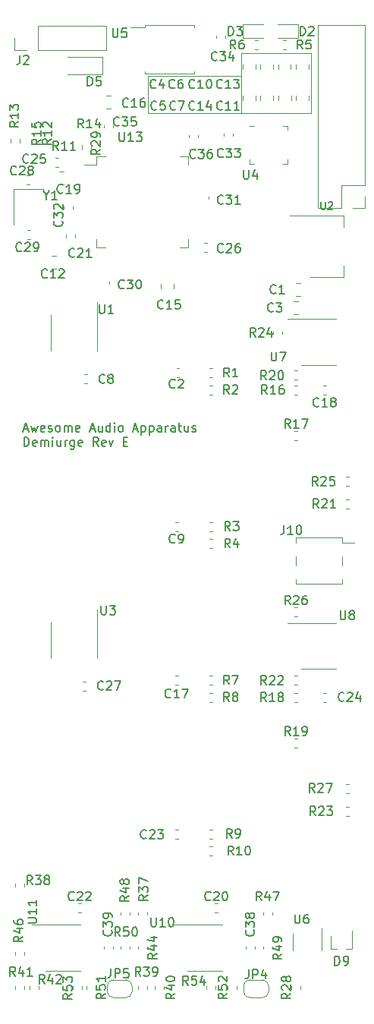
<source format=gbr>
G04 #@! TF.GenerationSoftware,KiCad,Pcbnew,6.0.5+dfsg-1*
G04 #@! TF.CreationDate,2022-06-05T16:54:12+02:00*
G04 #@! TF.ProjectId,demiurge,64656d69-7572-4676-952e-6b696361645f,E*
G04 #@! TF.SameCoordinates,Original*
G04 #@! TF.FileFunction,Legend,Top*
G04 #@! TF.FilePolarity,Positive*
%FSLAX46Y46*%
G04 Gerber Fmt 4.6, Leading zero omitted, Abs format (unit mm)*
G04 Created by KiCad (PCBNEW 6.0.5+dfsg-1) date 2022-06-05 16:54:12*
%MOMM*%
%LPD*%
G01*
G04 APERTURE LIST*
%ADD10C,0.120000*%
%ADD11C,0.150000*%
%ADD12C,0.152400*%
G04 APERTURE END LIST*
D10*
X102500000Y-54500000D02*
X110300000Y-54500000D01*
X110300000Y-54500000D02*
X110300000Y-61250000D01*
X110300000Y-61250000D02*
X102500000Y-61250000D01*
X102500000Y-61250000D02*
X102500000Y-54500000D01*
X92100000Y-57050000D02*
X102500000Y-57050000D01*
X102500000Y-57050000D02*
X102500000Y-61250000D01*
X102500000Y-61250000D02*
X92100000Y-61250000D01*
X92100000Y-61250000D02*
X92100000Y-57050000D01*
D11*
X78187976Y-96461666D02*
X78664166Y-96461666D01*
X78092738Y-96747380D02*
X78426071Y-95747380D01*
X78759404Y-96747380D01*
X78997500Y-96080714D02*
X79187976Y-96747380D01*
X79378452Y-96271190D01*
X79568928Y-96747380D01*
X79759404Y-96080714D01*
X80521309Y-96699761D02*
X80426071Y-96747380D01*
X80235595Y-96747380D01*
X80140357Y-96699761D01*
X80092738Y-96604523D01*
X80092738Y-96223571D01*
X80140357Y-96128333D01*
X80235595Y-96080714D01*
X80426071Y-96080714D01*
X80521309Y-96128333D01*
X80568928Y-96223571D01*
X80568928Y-96318809D01*
X80092738Y-96414047D01*
X80949880Y-96699761D02*
X81045119Y-96747380D01*
X81235595Y-96747380D01*
X81330833Y-96699761D01*
X81378452Y-96604523D01*
X81378452Y-96556904D01*
X81330833Y-96461666D01*
X81235595Y-96414047D01*
X81092738Y-96414047D01*
X80997500Y-96366428D01*
X80949880Y-96271190D01*
X80949880Y-96223571D01*
X80997500Y-96128333D01*
X81092738Y-96080714D01*
X81235595Y-96080714D01*
X81330833Y-96128333D01*
X81949880Y-96747380D02*
X81854642Y-96699761D01*
X81807023Y-96652142D01*
X81759404Y-96556904D01*
X81759404Y-96271190D01*
X81807023Y-96175952D01*
X81854642Y-96128333D01*
X81949880Y-96080714D01*
X82092738Y-96080714D01*
X82187976Y-96128333D01*
X82235595Y-96175952D01*
X82283214Y-96271190D01*
X82283214Y-96556904D01*
X82235595Y-96652142D01*
X82187976Y-96699761D01*
X82092738Y-96747380D01*
X81949880Y-96747380D01*
X82711785Y-96747380D02*
X82711785Y-96080714D01*
X82711785Y-96175952D02*
X82759404Y-96128333D01*
X82854642Y-96080714D01*
X82997500Y-96080714D01*
X83092738Y-96128333D01*
X83140357Y-96223571D01*
X83140357Y-96747380D01*
X83140357Y-96223571D02*
X83187976Y-96128333D01*
X83283214Y-96080714D01*
X83426071Y-96080714D01*
X83521309Y-96128333D01*
X83568928Y-96223571D01*
X83568928Y-96747380D01*
X84426071Y-96699761D02*
X84330833Y-96747380D01*
X84140357Y-96747380D01*
X84045119Y-96699761D01*
X83997500Y-96604523D01*
X83997500Y-96223571D01*
X84045119Y-96128333D01*
X84140357Y-96080714D01*
X84330833Y-96080714D01*
X84426071Y-96128333D01*
X84473690Y-96223571D01*
X84473690Y-96318809D01*
X83997500Y-96414047D01*
X85616547Y-96461666D02*
X86092738Y-96461666D01*
X85521309Y-96747380D02*
X85854642Y-95747380D01*
X86187976Y-96747380D01*
X86949880Y-96080714D02*
X86949880Y-96747380D01*
X86521309Y-96080714D02*
X86521309Y-96604523D01*
X86568928Y-96699761D01*
X86664166Y-96747380D01*
X86807023Y-96747380D01*
X86902261Y-96699761D01*
X86949880Y-96652142D01*
X87854642Y-96747380D02*
X87854642Y-95747380D01*
X87854642Y-96699761D02*
X87759404Y-96747380D01*
X87568928Y-96747380D01*
X87473690Y-96699761D01*
X87426071Y-96652142D01*
X87378452Y-96556904D01*
X87378452Y-96271190D01*
X87426071Y-96175952D01*
X87473690Y-96128333D01*
X87568928Y-96080714D01*
X87759404Y-96080714D01*
X87854642Y-96128333D01*
X88330833Y-96747380D02*
X88330833Y-96080714D01*
X88330833Y-95747380D02*
X88283214Y-95795000D01*
X88330833Y-95842619D01*
X88378452Y-95795000D01*
X88330833Y-95747380D01*
X88330833Y-95842619D01*
X88949880Y-96747380D02*
X88854642Y-96699761D01*
X88807023Y-96652142D01*
X88759404Y-96556904D01*
X88759404Y-96271190D01*
X88807023Y-96175952D01*
X88854642Y-96128333D01*
X88949880Y-96080714D01*
X89092738Y-96080714D01*
X89187976Y-96128333D01*
X89235595Y-96175952D01*
X89283214Y-96271190D01*
X89283214Y-96556904D01*
X89235595Y-96652142D01*
X89187976Y-96699761D01*
X89092738Y-96747380D01*
X88949880Y-96747380D01*
X90426071Y-96461666D02*
X90902261Y-96461666D01*
X90330833Y-96747380D02*
X90664166Y-95747380D01*
X90997500Y-96747380D01*
X91330833Y-96080714D02*
X91330833Y-97080714D01*
X91330833Y-96128333D02*
X91426071Y-96080714D01*
X91616547Y-96080714D01*
X91711785Y-96128333D01*
X91759404Y-96175952D01*
X91807023Y-96271190D01*
X91807023Y-96556904D01*
X91759404Y-96652142D01*
X91711785Y-96699761D01*
X91616547Y-96747380D01*
X91426071Y-96747380D01*
X91330833Y-96699761D01*
X92235595Y-96080714D02*
X92235595Y-97080714D01*
X92235595Y-96128333D02*
X92330833Y-96080714D01*
X92521309Y-96080714D01*
X92616547Y-96128333D01*
X92664166Y-96175952D01*
X92711785Y-96271190D01*
X92711785Y-96556904D01*
X92664166Y-96652142D01*
X92616547Y-96699761D01*
X92521309Y-96747380D01*
X92330833Y-96747380D01*
X92235595Y-96699761D01*
X93568928Y-96747380D02*
X93568928Y-96223571D01*
X93521309Y-96128333D01*
X93426071Y-96080714D01*
X93235595Y-96080714D01*
X93140357Y-96128333D01*
X93568928Y-96699761D02*
X93473690Y-96747380D01*
X93235595Y-96747380D01*
X93140357Y-96699761D01*
X93092738Y-96604523D01*
X93092738Y-96509285D01*
X93140357Y-96414047D01*
X93235595Y-96366428D01*
X93473690Y-96366428D01*
X93568928Y-96318809D01*
X94045119Y-96747380D02*
X94045119Y-96080714D01*
X94045119Y-96271190D02*
X94092738Y-96175952D01*
X94140357Y-96128333D01*
X94235595Y-96080714D01*
X94330833Y-96080714D01*
X95092738Y-96747380D02*
X95092738Y-96223571D01*
X95045119Y-96128333D01*
X94949880Y-96080714D01*
X94759404Y-96080714D01*
X94664166Y-96128333D01*
X95092738Y-96699761D02*
X94997500Y-96747380D01*
X94759404Y-96747380D01*
X94664166Y-96699761D01*
X94616547Y-96604523D01*
X94616547Y-96509285D01*
X94664166Y-96414047D01*
X94759404Y-96366428D01*
X94997500Y-96366428D01*
X95092738Y-96318809D01*
X95426071Y-96080714D02*
X95807023Y-96080714D01*
X95568928Y-95747380D02*
X95568928Y-96604523D01*
X95616547Y-96699761D01*
X95711785Y-96747380D01*
X95807023Y-96747380D01*
X96568928Y-96080714D02*
X96568928Y-96747380D01*
X96140357Y-96080714D02*
X96140357Y-96604523D01*
X96187976Y-96699761D01*
X96283214Y-96747380D01*
X96426071Y-96747380D01*
X96521309Y-96699761D01*
X96568928Y-96652142D01*
X96997500Y-96699761D02*
X97092738Y-96747380D01*
X97283214Y-96747380D01*
X97378452Y-96699761D01*
X97426071Y-96604523D01*
X97426071Y-96556904D01*
X97378452Y-96461666D01*
X97283214Y-96414047D01*
X97140357Y-96414047D01*
X97045119Y-96366428D01*
X96997500Y-96271190D01*
X96997500Y-96223571D01*
X97045119Y-96128333D01*
X97140357Y-96080714D01*
X97283214Y-96080714D01*
X97378452Y-96128333D01*
X78235595Y-98357380D02*
X78235595Y-97357380D01*
X78473690Y-97357380D01*
X78616547Y-97405000D01*
X78711785Y-97500238D01*
X78759404Y-97595476D01*
X78807023Y-97785952D01*
X78807023Y-97928809D01*
X78759404Y-98119285D01*
X78711785Y-98214523D01*
X78616547Y-98309761D01*
X78473690Y-98357380D01*
X78235595Y-98357380D01*
X79616547Y-98309761D02*
X79521309Y-98357380D01*
X79330833Y-98357380D01*
X79235595Y-98309761D01*
X79187976Y-98214523D01*
X79187976Y-97833571D01*
X79235595Y-97738333D01*
X79330833Y-97690714D01*
X79521309Y-97690714D01*
X79616547Y-97738333D01*
X79664166Y-97833571D01*
X79664166Y-97928809D01*
X79187976Y-98024047D01*
X80092738Y-98357380D02*
X80092738Y-97690714D01*
X80092738Y-97785952D02*
X80140357Y-97738333D01*
X80235595Y-97690714D01*
X80378452Y-97690714D01*
X80473690Y-97738333D01*
X80521309Y-97833571D01*
X80521309Y-98357380D01*
X80521309Y-97833571D02*
X80568928Y-97738333D01*
X80664166Y-97690714D01*
X80807023Y-97690714D01*
X80902261Y-97738333D01*
X80949880Y-97833571D01*
X80949880Y-98357380D01*
X81426071Y-98357380D02*
X81426071Y-97690714D01*
X81426071Y-97357380D02*
X81378452Y-97405000D01*
X81426071Y-97452619D01*
X81473690Y-97405000D01*
X81426071Y-97357380D01*
X81426071Y-97452619D01*
X82330833Y-97690714D02*
X82330833Y-98357380D01*
X81902261Y-97690714D02*
X81902261Y-98214523D01*
X81949880Y-98309761D01*
X82045119Y-98357380D01*
X82187976Y-98357380D01*
X82283214Y-98309761D01*
X82330833Y-98262142D01*
X82807023Y-98357380D02*
X82807023Y-97690714D01*
X82807023Y-97881190D02*
X82854642Y-97785952D01*
X82902261Y-97738333D01*
X82997500Y-97690714D01*
X83092738Y-97690714D01*
X83854642Y-97690714D02*
X83854642Y-98500238D01*
X83807023Y-98595476D01*
X83759404Y-98643095D01*
X83664166Y-98690714D01*
X83521309Y-98690714D01*
X83426071Y-98643095D01*
X83854642Y-98309761D02*
X83759404Y-98357380D01*
X83568928Y-98357380D01*
X83473690Y-98309761D01*
X83426071Y-98262142D01*
X83378452Y-98166904D01*
X83378452Y-97881190D01*
X83426071Y-97785952D01*
X83473690Y-97738333D01*
X83568928Y-97690714D01*
X83759404Y-97690714D01*
X83854642Y-97738333D01*
X84711785Y-98309761D02*
X84616547Y-98357380D01*
X84426071Y-98357380D01*
X84330833Y-98309761D01*
X84283214Y-98214523D01*
X84283214Y-97833571D01*
X84330833Y-97738333D01*
X84426071Y-97690714D01*
X84616547Y-97690714D01*
X84711785Y-97738333D01*
X84759404Y-97833571D01*
X84759404Y-97928809D01*
X84283214Y-98024047D01*
X86521309Y-98357380D02*
X86187976Y-97881190D01*
X85949880Y-98357380D02*
X85949880Y-97357380D01*
X86330833Y-97357380D01*
X86426071Y-97405000D01*
X86473690Y-97452619D01*
X86521309Y-97547857D01*
X86521309Y-97690714D01*
X86473690Y-97785952D01*
X86426071Y-97833571D01*
X86330833Y-97881190D01*
X85949880Y-97881190D01*
X87330833Y-98309761D02*
X87235595Y-98357380D01*
X87045119Y-98357380D01*
X86949880Y-98309761D01*
X86902261Y-98214523D01*
X86902261Y-97833571D01*
X86949880Y-97738333D01*
X87045119Y-97690714D01*
X87235595Y-97690714D01*
X87330833Y-97738333D01*
X87378452Y-97833571D01*
X87378452Y-97928809D01*
X86902261Y-98024047D01*
X87711785Y-97690714D02*
X87949880Y-98357380D01*
X88187976Y-97690714D01*
X89330833Y-97833571D02*
X89664166Y-97833571D01*
X89807023Y-98357380D02*
X89330833Y-98357380D01*
X89330833Y-97357380D01*
X89807023Y-97357380D01*
D12*
X83857142Y-77207142D02*
X83809523Y-77254761D01*
X83666666Y-77302380D01*
X83571428Y-77302380D01*
X83428571Y-77254761D01*
X83333333Y-77159523D01*
X83285714Y-77064285D01*
X83238095Y-76873809D01*
X83238095Y-76730952D01*
X83285714Y-76540476D01*
X83333333Y-76445238D01*
X83428571Y-76350000D01*
X83571428Y-76302380D01*
X83666666Y-76302380D01*
X83809523Y-76350000D01*
X83857142Y-76397619D01*
X84238095Y-76397619D02*
X84285714Y-76350000D01*
X84380952Y-76302380D01*
X84619047Y-76302380D01*
X84714285Y-76350000D01*
X84761904Y-76397619D01*
X84809523Y-76492857D01*
X84809523Y-76588095D01*
X84761904Y-76730952D01*
X84190476Y-77302380D01*
X84809523Y-77302380D01*
X85761904Y-77302380D02*
X85190476Y-77302380D01*
X85476190Y-77302380D02*
X85476190Y-76302380D01*
X85380952Y-76445238D01*
X85285714Y-76540476D01*
X85190476Y-76588095D01*
X95083333Y-91797142D02*
X95035714Y-91844761D01*
X94892857Y-91892380D01*
X94797619Y-91892380D01*
X94654761Y-91844761D01*
X94559523Y-91749523D01*
X94511904Y-91654285D01*
X94464285Y-91463809D01*
X94464285Y-91320952D01*
X94511904Y-91130476D01*
X94559523Y-91035238D01*
X94654761Y-90940000D01*
X94797619Y-90892380D01*
X94892857Y-90892380D01*
X95035714Y-90940000D01*
X95083333Y-90987619D01*
X95464285Y-90987619D02*
X95511904Y-90940000D01*
X95607142Y-90892380D01*
X95845238Y-90892380D01*
X95940476Y-90940000D01*
X95988095Y-90987619D01*
X96035714Y-91082857D01*
X96035714Y-91178095D01*
X95988095Y-91320952D01*
X95416666Y-91892380D01*
X96035714Y-91892380D01*
X95083333Y-109069142D02*
X95035714Y-109116761D01*
X94892857Y-109164380D01*
X94797619Y-109164380D01*
X94654761Y-109116761D01*
X94559523Y-109021523D01*
X94511904Y-108926285D01*
X94464285Y-108735809D01*
X94464285Y-108592952D01*
X94511904Y-108402476D01*
X94559523Y-108307238D01*
X94654761Y-108212000D01*
X94797619Y-108164380D01*
X94892857Y-108164380D01*
X95035714Y-108212000D01*
X95083333Y-108259619D01*
X95559523Y-109164380D02*
X95750000Y-109164380D01*
X95845238Y-109116761D01*
X95892857Y-109069142D01*
X95988095Y-108926285D01*
X96035714Y-108735809D01*
X96035714Y-108354857D01*
X95988095Y-108259619D01*
X95940476Y-108212000D01*
X95845238Y-108164380D01*
X95654761Y-108164380D01*
X95559523Y-108212000D01*
X95511904Y-108259619D01*
X95464285Y-108354857D01*
X95464285Y-108592952D01*
X95511904Y-108688190D01*
X95559523Y-108735809D01*
X95654761Y-108783428D01*
X95845238Y-108783428D01*
X95940476Y-108735809D01*
X95988095Y-108688190D01*
X96035714Y-108592952D01*
X91857142Y-142057142D02*
X91809523Y-142104761D01*
X91666666Y-142152380D01*
X91571428Y-142152380D01*
X91428571Y-142104761D01*
X91333333Y-142009523D01*
X91285714Y-141914285D01*
X91238095Y-141723809D01*
X91238095Y-141580952D01*
X91285714Y-141390476D01*
X91333333Y-141295238D01*
X91428571Y-141200000D01*
X91571428Y-141152380D01*
X91666666Y-141152380D01*
X91809523Y-141200000D01*
X91857142Y-141247619D01*
X92238095Y-141247619D02*
X92285714Y-141200000D01*
X92380952Y-141152380D01*
X92619047Y-141152380D01*
X92714285Y-141200000D01*
X92761904Y-141247619D01*
X92809523Y-141342857D01*
X92809523Y-141438095D01*
X92761904Y-141580952D01*
X92190476Y-142152380D01*
X92809523Y-142152380D01*
X93142857Y-141152380D02*
X93761904Y-141152380D01*
X93428571Y-141533333D01*
X93571428Y-141533333D01*
X93666666Y-141580952D01*
X93714285Y-141628571D01*
X93761904Y-141723809D01*
X93761904Y-141961904D01*
X93714285Y-142057142D01*
X93666666Y-142104761D01*
X93571428Y-142152380D01*
X93285714Y-142152380D01*
X93190476Y-142104761D01*
X93142857Y-142057142D01*
X101233333Y-107767380D02*
X100900000Y-107291190D01*
X100661904Y-107767380D02*
X100661904Y-106767380D01*
X101042857Y-106767380D01*
X101138095Y-106815000D01*
X101185714Y-106862619D01*
X101233333Y-106957857D01*
X101233333Y-107100714D01*
X101185714Y-107195952D01*
X101138095Y-107243571D01*
X101042857Y-107291190D01*
X100661904Y-107291190D01*
X101566666Y-106767380D02*
X102185714Y-106767380D01*
X101852380Y-107148333D01*
X101995238Y-107148333D01*
X102090476Y-107195952D01*
X102138095Y-107243571D01*
X102185714Y-107338809D01*
X102185714Y-107576904D01*
X102138095Y-107672142D01*
X102090476Y-107719761D01*
X101995238Y-107767380D01*
X101709523Y-107767380D01*
X101614285Y-107719761D01*
X101566666Y-107672142D01*
X101233333Y-109672380D02*
X100900000Y-109196190D01*
X100661904Y-109672380D02*
X100661904Y-108672380D01*
X101042857Y-108672380D01*
X101138095Y-108720000D01*
X101185714Y-108767619D01*
X101233333Y-108862857D01*
X101233333Y-109005714D01*
X101185714Y-109100952D01*
X101138095Y-109148571D01*
X101042857Y-109196190D01*
X100661904Y-109196190D01*
X102090476Y-109005714D02*
X102090476Y-109672380D01*
X101852380Y-108624761D02*
X101614285Y-109339047D01*
X102233333Y-109339047D01*
X101133333Y-124912380D02*
X100800000Y-124436190D01*
X100561904Y-124912380D02*
X100561904Y-123912380D01*
X100942857Y-123912380D01*
X101038095Y-123960000D01*
X101085714Y-124007619D01*
X101133333Y-124102857D01*
X101133333Y-124245714D01*
X101085714Y-124340952D01*
X101038095Y-124388571D01*
X100942857Y-124436190D01*
X100561904Y-124436190D01*
X101466666Y-123912380D02*
X102133333Y-123912380D01*
X101704761Y-124912380D01*
X101133333Y-126817380D02*
X100800000Y-126341190D01*
X100561904Y-126817380D02*
X100561904Y-125817380D01*
X100942857Y-125817380D01*
X101038095Y-125865000D01*
X101085714Y-125912619D01*
X101133333Y-126007857D01*
X101133333Y-126150714D01*
X101085714Y-126245952D01*
X101038095Y-126293571D01*
X100942857Y-126341190D01*
X100561904Y-126341190D01*
X101704761Y-126245952D02*
X101609523Y-126198333D01*
X101561904Y-126150714D01*
X101514285Y-126055476D01*
X101514285Y-126007857D01*
X101561904Y-125912619D01*
X101609523Y-125865000D01*
X101704761Y-125817380D01*
X101895238Y-125817380D01*
X101990476Y-125865000D01*
X102038095Y-125912619D01*
X102085714Y-126007857D01*
X102085714Y-126055476D01*
X102038095Y-126150714D01*
X101990476Y-126198333D01*
X101895238Y-126245952D01*
X101704761Y-126245952D01*
X101609523Y-126293571D01*
X101561904Y-126341190D01*
X101514285Y-126436428D01*
X101514285Y-126626904D01*
X101561904Y-126722142D01*
X101609523Y-126769761D01*
X101704761Y-126817380D01*
X101895238Y-126817380D01*
X101990476Y-126769761D01*
X102038095Y-126722142D01*
X102085714Y-126626904D01*
X102085714Y-126436428D01*
X102038095Y-126341190D01*
X101990476Y-126293571D01*
X101895238Y-126245952D01*
X107942142Y-96337380D02*
X107608809Y-95861190D01*
X107370714Y-96337380D02*
X107370714Y-95337380D01*
X107751666Y-95337380D01*
X107846904Y-95385000D01*
X107894523Y-95432619D01*
X107942142Y-95527857D01*
X107942142Y-95670714D01*
X107894523Y-95765952D01*
X107846904Y-95813571D01*
X107751666Y-95861190D01*
X107370714Y-95861190D01*
X108894523Y-96337380D02*
X108323095Y-96337380D01*
X108608809Y-96337380D02*
X108608809Y-95337380D01*
X108513571Y-95480238D01*
X108418333Y-95575476D01*
X108323095Y-95623095D01*
X109227857Y-95337380D02*
X109894523Y-95337380D01*
X109465952Y-96337380D01*
X101433333Y-142057380D02*
X101100000Y-141581190D01*
X100861904Y-142057380D02*
X100861904Y-141057380D01*
X101242857Y-141057380D01*
X101338095Y-141105000D01*
X101385714Y-141152619D01*
X101433333Y-141247857D01*
X101433333Y-141390714D01*
X101385714Y-141485952D01*
X101338095Y-141533571D01*
X101242857Y-141581190D01*
X100861904Y-141581190D01*
X101909523Y-142057380D02*
X102100000Y-142057380D01*
X102195238Y-142009761D01*
X102242857Y-141962142D01*
X102338095Y-141819285D01*
X102385714Y-141628809D01*
X102385714Y-141247857D01*
X102338095Y-141152619D01*
X102290476Y-141105000D01*
X102195238Y-141057380D01*
X102004761Y-141057380D01*
X101909523Y-141105000D01*
X101861904Y-141152619D01*
X101814285Y-141247857D01*
X101814285Y-141485952D01*
X101861904Y-141581190D01*
X101909523Y-141628809D01*
X102004761Y-141676428D01*
X102195238Y-141676428D01*
X102290476Y-141628809D01*
X102338095Y-141581190D01*
X102385714Y-141485952D01*
X101592142Y-143962380D02*
X101258809Y-143486190D01*
X101020714Y-143962380D02*
X101020714Y-142962380D01*
X101401666Y-142962380D01*
X101496904Y-143010000D01*
X101544523Y-143057619D01*
X101592142Y-143152857D01*
X101592142Y-143295714D01*
X101544523Y-143390952D01*
X101496904Y-143438571D01*
X101401666Y-143486190D01*
X101020714Y-143486190D01*
X102544523Y-143962380D02*
X101973095Y-143962380D01*
X102258809Y-143962380D02*
X102258809Y-142962380D01*
X102163571Y-143105238D01*
X102068333Y-143200476D01*
X101973095Y-143248095D01*
X103163571Y-142962380D02*
X103258809Y-142962380D01*
X103354047Y-143010000D01*
X103401666Y-143057619D01*
X103449285Y-143152857D01*
X103496904Y-143343333D01*
X103496904Y-143581428D01*
X103449285Y-143771904D01*
X103401666Y-143867142D01*
X103354047Y-143914761D01*
X103258809Y-143962380D01*
X103163571Y-143962380D01*
X103068333Y-143914761D01*
X103020714Y-143867142D01*
X102973095Y-143771904D01*
X102925476Y-143581428D01*
X102925476Y-143343333D01*
X102973095Y-143152857D01*
X103020714Y-143057619D01*
X103068333Y-143010000D01*
X103163571Y-142962380D01*
X104057142Y-86152380D02*
X103723809Y-85676190D01*
X103485714Y-86152380D02*
X103485714Y-85152380D01*
X103866666Y-85152380D01*
X103961904Y-85200000D01*
X104009523Y-85247619D01*
X104057142Y-85342857D01*
X104057142Y-85485714D01*
X104009523Y-85580952D01*
X103961904Y-85628571D01*
X103866666Y-85676190D01*
X103485714Y-85676190D01*
X104438095Y-85247619D02*
X104485714Y-85200000D01*
X104580952Y-85152380D01*
X104819047Y-85152380D01*
X104914285Y-85200000D01*
X104961904Y-85247619D01*
X105009523Y-85342857D01*
X105009523Y-85438095D01*
X104961904Y-85580952D01*
X104390476Y-86152380D01*
X105009523Y-86152380D01*
X105866666Y-85485714D02*
X105866666Y-86152380D01*
X105628571Y-85104761D02*
X105390476Y-85819047D01*
X106009523Y-85819047D01*
X92052380Y-148442857D02*
X91576190Y-148776190D01*
X92052380Y-149014285D02*
X91052380Y-149014285D01*
X91052380Y-148633333D01*
X91100000Y-148538095D01*
X91147619Y-148490476D01*
X91242857Y-148442857D01*
X91385714Y-148442857D01*
X91480952Y-148490476D01*
X91528571Y-148538095D01*
X91576190Y-148633333D01*
X91576190Y-149014285D01*
X91052380Y-148109523D02*
X91052380Y-147490476D01*
X91433333Y-147823809D01*
X91433333Y-147680952D01*
X91480952Y-147585714D01*
X91528571Y-147538095D01*
X91623809Y-147490476D01*
X91861904Y-147490476D01*
X91957142Y-147538095D01*
X92004761Y-147585714D01*
X92052380Y-147680952D01*
X92052380Y-147966666D01*
X92004761Y-148061904D01*
X91957142Y-148109523D01*
X91052380Y-147157142D02*
X91052380Y-146490476D01*
X92052380Y-146919047D01*
X91257142Y-157452380D02*
X90923809Y-156976190D01*
X90685714Y-157452380D02*
X90685714Y-156452380D01*
X91066666Y-156452380D01*
X91161904Y-156500000D01*
X91209523Y-156547619D01*
X91257142Y-156642857D01*
X91257142Y-156785714D01*
X91209523Y-156880952D01*
X91161904Y-156928571D01*
X91066666Y-156976190D01*
X90685714Y-156976190D01*
X91590476Y-156452380D02*
X92209523Y-156452380D01*
X91876190Y-156833333D01*
X92019047Y-156833333D01*
X92114285Y-156880952D01*
X92161904Y-156928571D01*
X92209523Y-157023809D01*
X92209523Y-157261904D01*
X92161904Y-157357142D01*
X92114285Y-157404761D01*
X92019047Y-157452380D01*
X91733333Y-157452380D01*
X91638095Y-157404761D01*
X91590476Y-157357142D01*
X92685714Y-157452380D02*
X92876190Y-157452380D01*
X92971428Y-157404761D01*
X93019047Y-157357142D01*
X93114285Y-157214285D01*
X93161904Y-157023809D01*
X93161904Y-156642857D01*
X93114285Y-156547619D01*
X93066666Y-156500000D01*
X92971428Y-156452380D01*
X92780952Y-156452380D01*
X92685714Y-156500000D01*
X92638095Y-156547619D01*
X92590476Y-156642857D01*
X92590476Y-156880952D01*
X92638095Y-156976190D01*
X92685714Y-157023809D01*
X92780952Y-157071428D01*
X92971428Y-157071428D01*
X93066666Y-157023809D01*
X93114285Y-156976190D01*
X93161904Y-156880952D01*
X95052380Y-159392857D02*
X94576190Y-159726190D01*
X95052380Y-159964285D02*
X94052380Y-159964285D01*
X94052380Y-159583333D01*
X94100000Y-159488095D01*
X94147619Y-159440476D01*
X94242857Y-159392857D01*
X94385714Y-159392857D01*
X94480952Y-159440476D01*
X94528571Y-159488095D01*
X94576190Y-159583333D01*
X94576190Y-159964285D01*
X94385714Y-158535714D02*
X95052380Y-158535714D01*
X94004761Y-158773809D02*
X94719047Y-159011904D01*
X94719047Y-158392857D01*
X94052380Y-157821428D02*
X94052380Y-157726190D01*
X94100000Y-157630952D01*
X94147619Y-157583333D01*
X94242857Y-157535714D01*
X94433333Y-157488095D01*
X94671428Y-157488095D01*
X94861904Y-157535714D01*
X94957142Y-157583333D01*
X95004761Y-157630952D01*
X95052380Y-157726190D01*
X95052380Y-157821428D01*
X95004761Y-157916666D01*
X94957142Y-157964285D01*
X94861904Y-158011904D01*
X94671428Y-158059523D01*
X94433333Y-158059523D01*
X94242857Y-158011904D01*
X94147619Y-157964285D01*
X94100000Y-157916666D01*
X94052380Y-157821428D01*
X93052380Y-154942857D02*
X92576190Y-155276190D01*
X93052380Y-155514285D02*
X92052380Y-155514285D01*
X92052380Y-155133333D01*
X92100000Y-155038095D01*
X92147619Y-154990476D01*
X92242857Y-154942857D01*
X92385714Y-154942857D01*
X92480952Y-154990476D01*
X92528571Y-155038095D01*
X92576190Y-155133333D01*
X92576190Y-155514285D01*
X92385714Y-154085714D02*
X93052380Y-154085714D01*
X92004761Y-154323809D02*
X92719047Y-154561904D01*
X92719047Y-153942857D01*
X92385714Y-153133333D02*
X93052380Y-153133333D01*
X92004761Y-153371428D02*
X92719047Y-153609523D01*
X92719047Y-152990476D01*
X111394723Y-71127895D02*
X111394723Y-71785876D01*
X111433428Y-71863285D01*
X111472133Y-71901990D01*
X111549542Y-71940695D01*
X111704361Y-71940695D01*
X111781771Y-71901990D01*
X111820476Y-71863285D01*
X111859180Y-71785876D01*
X111859180Y-71127895D01*
X112207523Y-71205304D02*
X112246228Y-71166600D01*
X112323638Y-71127895D01*
X112517161Y-71127895D01*
X112594571Y-71166600D01*
X112633276Y-71205304D01*
X112671980Y-71282714D01*
X112671980Y-71360123D01*
X112633276Y-71476238D01*
X112168819Y-71940695D01*
X112671980Y-71940695D01*
X109061904Y-52552380D02*
X109061904Y-51552380D01*
X109300000Y-51552380D01*
X109442857Y-51600000D01*
X109538095Y-51695238D01*
X109585714Y-51790476D01*
X109633333Y-51980952D01*
X109633333Y-52123809D01*
X109585714Y-52314285D01*
X109538095Y-52409523D01*
X109442857Y-52504761D01*
X109300000Y-52552380D01*
X109061904Y-52552380D01*
X110014285Y-51647619D02*
X110061904Y-51600000D01*
X110157142Y-51552380D01*
X110395238Y-51552380D01*
X110490476Y-51600000D01*
X110538095Y-51647619D01*
X110585714Y-51742857D01*
X110585714Y-51838095D01*
X110538095Y-51980952D01*
X109966666Y-52552380D01*
X110585714Y-52552380D01*
X101061904Y-52552380D02*
X101061904Y-51552380D01*
X101300000Y-51552380D01*
X101442857Y-51600000D01*
X101538095Y-51695238D01*
X101585714Y-51790476D01*
X101633333Y-51980952D01*
X101633333Y-52123809D01*
X101585714Y-52314285D01*
X101538095Y-52409523D01*
X101442857Y-52504761D01*
X101300000Y-52552380D01*
X101061904Y-52552380D01*
X101966666Y-51552380D02*
X102585714Y-51552380D01*
X102252380Y-51933333D01*
X102395238Y-51933333D01*
X102490476Y-51980952D01*
X102538095Y-52028571D01*
X102585714Y-52123809D01*
X102585714Y-52361904D01*
X102538095Y-52457142D01*
X102490476Y-52504761D01*
X102395238Y-52552380D01*
X102109523Y-52552380D01*
X102014285Y-52504761D01*
X101966666Y-52457142D01*
X101833333Y-54052380D02*
X101500000Y-53576190D01*
X101261904Y-54052380D02*
X101261904Y-53052380D01*
X101642857Y-53052380D01*
X101738095Y-53100000D01*
X101785714Y-53147619D01*
X101833333Y-53242857D01*
X101833333Y-53385714D01*
X101785714Y-53480952D01*
X101738095Y-53528571D01*
X101642857Y-53576190D01*
X101261904Y-53576190D01*
X102690476Y-53052380D02*
X102500000Y-53052380D01*
X102404761Y-53100000D01*
X102357142Y-53147619D01*
X102261904Y-53290476D01*
X102214285Y-53480952D01*
X102214285Y-53861904D01*
X102261904Y-53957142D01*
X102309523Y-54004761D01*
X102404761Y-54052380D01*
X102595238Y-54052380D01*
X102690476Y-54004761D01*
X102738095Y-53957142D01*
X102785714Y-53861904D01*
X102785714Y-53623809D01*
X102738095Y-53528571D01*
X102690476Y-53480952D01*
X102595238Y-53433333D01*
X102404761Y-53433333D01*
X102309523Y-53480952D01*
X102261904Y-53528571D01*
X102214285Y-53623809D01*
X109333333Y-54052380D02*
X109000000Y-53576190D01*
X108761904Y-54052380D02*
X108761904Y-53052380D01*
X109142857Y-53052380D01*
X109238095Y-53100000D01*
X109285714Y-53147619D01*
X109333333Y-53242857D01*
X109333333Y-53385714D01*
X109285714Y-53480952D01*
X109238095Y-53528571D01*
X109142857Y-53576190D01*
X108761904Y-53576190D01*
X110238095Y-53052380D02*
X109761904Y-53052380D01*
X109714285Y-53528571D01*
X109761904Y-53480952D01*
X109857142Y-53433333D01*
X110095238Y-53433333D01*
X110190476Y-53480952D01*
X110238095Y-53528571D01*
X110285714Y-53623809D01*
X110285714Y-53861904D01*
X110238095Y-53957142D01*
X110190476Y-54004761D01*
X110095238Y-54052380D01*
X109857142Y-54052380D01*
X109761904Y-54004761D01*
X109714285Y-53957142D01*
X113538095Y-116702380D02*
X113538095Y-117511904D01*
X113585714Y-117607142D01*
X113633333Y-117654761D01*
X113728571Y-117702380D01*
X113919047Y-117702380D01*
X114014285Y-117654761D01*
X114061904Y-117607142D01*
X114109523Y-117511904D01*
X114109523Y-116702380D01*
X114728571Y-117130952D02*
X114633333Y-117083333D01*
X114585714Y-117035714D01*
X114538095Y-116940476D01*
X114538095Y-116892857D01*
X114585714Y-116797619D01*
X114633333Y-116750000D01*
X114728571Y-116702380D01*
X114919047Y-116702380D01*
X115014285Y-116750000D01*
X115061904Y-116797619D01*
X115109523Y-116892857D01*
X115109523Y-116940476D01*
X115061904Y-117035714D01*
X115014285Y-117083333D01*
X114919047Y-117130952D01*
X114728571Y-117130952D01*
X114633333Y-117178571D01*
X114585714Y-117226190D01*
X114538095Y-117321428D01*
X114538095Y-117511904D01*
X114585714Y-117607142D01*
X114633333Y-117654761D01*
X114728571Y-117702380D01*
X114919047Y-117702380D01*
X115014285Y-117654761D01*
X115061904Y-117607142D01*
X115109523Y-117511904D01*
X115109523Y-117321428D01*
X115061904Y-117226190D01*
X115014285Y-117178571D01*
X114919047Y-117130952D01*
X93757142Y-82957142D02*
X93709523Y-83004761D01*
X93566666Y-83052380D01*
X93471428Y-83052380D01*
X93328571Y-83004761D01*
X93233333Y-82909523D01*
X93185714Y-82814285D01*
X93138095Y-82623809D01*
X93138095Y-82480952D01*
X93185714Y-82290476D01*
X93233333Y-82195238D01*
X93328571Y-82100000D01*
X93471428Y-82052380D01*
X93566666Y-82052380D01*
X93709523Y-82100000D01*
X93757142Y-82147619D01*
X94709523Y-83052380D02*
X94138095Y-83052380D01*
X94423809Y-83052380D02*
X94423809Y-82052380D01*
X94328571Y-82195238D01*
X94233333Y-82290476D01*
X94138095Y-82338095D01*
X95614285Y-82052380D02*
X95138095Y-82052380D01*
X95090476Y-82528571D01*
X95138095Y-82480952D01*
X95233333Y-82433333D01*
X95471428Y-82433333D01*
X95566666Y-82480952D01*
X95614285Y-82528571D01*
X95661904Y-82623809D01*
X95661904Y-82861904D01*
X95614285Y-82957142D01*
X95566666Y-83004761D01*
X95471428Y-83052380D01*
X95233333Y-83052380D01*
X95138095Y-83004761D01*
X95090476Y-82957142D01*
X111117142Y-93862142D02*
X111069523Y-93909761D01*
X110926666Y-93957380D01*
X110831428Y-93957380D01*
X110688571Y-93909761D01*
X110593333Y-93814523D01*
X110545714Y-93719285D01*
X110498095Y-93528809D01*
X110498095Y-93385952D01*
X110545714Y-93195476D01*
X110593333Y-93100238D01*
X110688571Y-93005000D01*
X110831428Y-92957380D01*
X110926666Y-92957380D01*
X111069523Y-93005000D01*
X111117142Y-93052619D01*
X112069523Y-93957380D02*
X111498095Y-93957380D01*
X111783809Y-93957380D02*
X111783809Y-92957380D01*
X111688571Y-93100238D01*
X111593333Y-93195476D01*
X111498095Y-93243095D01*
X112640952Y-93385952D02*
X112545714Y-93338333D01*
X112498095Y-93290714D01*
X112450476Y-93195476D01*
X112450476Y-93147857D01*
X112498095Y-93052619D01*
X112545714Y-93005000D01*
X112640952Y-92957380D01*
X112831428Y-92957380D01*
X112926666Y-93005000D01*
X112974285Y-93052619D01*
X113021904Y-93147857D01*
X113021904Y-93195476D01*
X112974285Y-93290714D01*
X112926666Y-93338333D01*
X112831428Y-93385952D01*
X112640952Y-93385952D01*
X112545714Y-93433571D01*
X112498095Y-93481190D01*
X112450476Y-93576428D01*
X112450476Y-93766904D01*
X112498095Y-93862142D01*
X112545714Y-93909761D01*
X112640952Y-93957380D01*
X112831428Y-93957380D01*
X112926666Y-93909761D01*
X112974285Y-93862142D01*
X113021904Y-93766904D01*
X113021904Y-93576428D01*
X112974285Y-93481190D01*
X112926666Y-93433571D01*
X112831428Y-93385952D01*
X106333333Y-81256142D02*
X106285714Y-81303761D01*
X106142857Y-81351380D01*
X106047619Y-81351380D01*
X105904761Y-81303761D01*
X105809523Y-81208523D01*
X105761904Y-81113285D01*
X105714285Y-80922809D01*
X105714285Y-80779952D01*
X105761904Y-80589476D01*
X105809523Y-80494238D01*
X105904761Y-80399000D01*
X106047619Y-80351380D01*
X106142857Y-80351380D01*
X106285714Y-80399000D01*
X106333333Y-80446619D01*
X107285714Y-81351380D02*
X106714285Y-81351380D01*
X107000000Y-81351380D02*
X107000000Y-80351380D01*
X106904761Y-80494238D01*
X106809523Y-80589476D01*
X106714285Y-80637095D01*
X100357142Y-58357142D02*
X100309523Y-58404761D01*
X100166666Y-58452380D01*
X100071428Y-58452380D01*
X99928571Y-58404761D01*
X99833333Y-58309523D01*
X99785714Y-58214285D01*
X99738095Y-58023809D01*
X99738095Y-57880952D01*
X99785714Y-57690476D01*
X99833333Y-57595238D01*
X99928571Y-57500000D01*
X100071428Y-57452380D01*
X100166666Y-57452380D01*
X100309523Y-57500000D01*
X100357142Y-57547619D01*
X101309523Y-58452380D02*
X100738095Y-58452380D01*
X101023809Y-58452380D02*
X101023809Y-57452380D01*
X100928571Y-57595238D01*
X100833333Y-57690476D01*
X100738095Y-57738095D01*
X101642857Y-57452380D02*
X102261904Y-57452380D01*
X101928571Y-57833333D01*
X102071428Y-57833333D01*
X102166666Y-57880952D01*
X102214285Y-57928571D01*
X102261904Y-58023809D01*
X102261904Y-58261904D01*
X102214285Y-58357142D01*
X102166666Y-58404761D01*
X102071428Y-58452380D01*
X101785714Y-58452380D01*
X101690476Y-58404761D01*
X101642857Y-58357142D01*
X97257142Y-60757142D02*
X97209523Y-60804761D01*
X97066666Y-60852380D01*
X96971428Y-60852380D01*
X96828571Y-60804761D01*
X96733333Y-60709523D01*
X96685714Y-60614285D01*
X96638095Y-60423809D01*
X96638095Y-60280952D01*
X96685714Y-60090476D01*
X96733333Y-59995238D01*
X96828571Y-59900000D01*
X96971428Y-59852380D01*
X97066666Y-59852380D01*
X97209523Y-59900000D01*
X97257142Y-59947619D01*
X98209523Y-60852380D02*
X97638095Y-60852380D01*
X97923809Y-60852380D02*
X97923809Y-59852380D01*
X97828571Y-59995238D01*
X97733333Y-60090476D01*
X97638095Y-60138095D01*
X99066666Y-60185714D02*
X99066666Y-60852380D01*
X98828571Y-59804761D02*
X98590476Y-60519047D01*
X99209523Y-60519047D01*
X97257142Y-58357142D02*
X97209523Y-58404761D01*
X97066666Y-58452380D01*
X96971428Y-58452380D01*
X96828571Y-58404761D01*
X96733333Y-58309523D01*
X96685714Y-58214285D01*
X96638095Y-58023809D01*
X96638095Y-57880952D01*
X96685714Y-57690476D01*
X96733333Y-57595238D01*
X96828571Y-57500000D01*
X96971428Y-57452380D01*
X97066666Y-57452380D01*
X97209523Y-57500000D01*
X97257142Y-57547619D01*
X98209523Y-58452380D02*
X97638095Y-58452380D01*
X97923809Y-58452380D02*
X97923809Y-57452380D01*
X97828571Y-57595238D01*
X97733333Y-57690476D01*
X97638095Y-57738095D01*
X98828571Y-57452380D02*
X98923809Y-57452380D01*
X99019047Y-57500000D01*
X99066666Y-57547619D01*
X99114285Y-57642857D01*
X99161904Y-57833333D01*
X99161904Y-58071428D01*
X99114285Y-58261904D01*
X99066666Y-58357142D01*
X99019047Y-58404761D01*
X98923809Y-58452380D01*
X98828571Y-58452380D01*
X98733333Y-58404761D01*
X98685714Y-58357142D01*
X98638095Y-58261904D01*
X98590476Y-58071428D01*
X98590476Y-57833333D01*
X98638095Y-57642857D01*
X98685714Y-57547619D01*
X98733333Y-57500000D01*
X98828571Y-57452380D01*
X100357142Y-60757142D02*
X100309523Y-60804761D01*
X100166666Y-60852380D01*
X100071428Y-60852380D01*
X99928571Y-60804761D01*
X99833333Y-60709523D01*
X99785714Y-60614285D01*
X99738095Y-60423809D01*
X99738095Y-60280952D01*
X99785714Y-60090476D01*
X99833333Y-59995238D01*
X99928571Y-59900000D01*
X100071428Y-59852380D01*
X100166666Y-59852380D01*
X100309523Y-59900000D01*
X100357142Y-59947619D01*
X101309523Y-60852380D02*
X100738095Y-60852380D01*
X101023809Y-60852380D02*
X101023809Y-59852380D01*
X100928571Y-59995238D01*
X100833333Y-60090476D01*
X100738095Y-60138095D01*
X102261904Y-60852380D02*
X101690476Y-60852380D01*
X101976190Y-60852380D02*
X101976190Y-59852380D01*
X101880952Y-59995238D01*
X101785714Y-60090476D01*
X101690476Y-60138095D01*
X93033333Y-60757142D02*
X92985714Y-60804761D01*
X92842857Y-60852380D01*
X92747619Y-60852380D01*
X92604761Y-60804761D01*
X92509523Y-60709523D01*
X92461904Y-60614285D01*
X92414285Y-60423809D01*
X92414285Y-60280952D01*
X92461904Y-60090476D01*
X92509523Y-59995238D01*
X92604761Y-59900000D01*
X92747619Y-59852380D01*
X92842857Y-59852380D01*
X92985714Y-59900000D01*
X93033333Y-59947619D01*
X93938095Y-59852380D02*
X93461904Y-59852380D01*
X93414285Y-60328571D01*
X93461904Y-60280952D01*
X93557142Y-60233333D01*
X93795238Y-60233333D01*
X93890476Y-60280952D01*
X93938095Y-60328571D01*
X93985714Y-60423809D01*
X93985714Y-60661904D01*
X93938095Y-60757142D01*
X93890476Y-60804761D01*
X93795238Y-60852380D01*
X93557142Y-60852380D01*
X93461904Y-60804761D01*
X93414285Y-60757142D01*
X100457142Y-76657142D02*
X100409523Y-76704761D01*
X100266666Y-76752380D01*
X100171428Y-76752380D01*
X100028571Y-76704761D01*
X99933333Y-76609523D01*
X99885714Y-76514285D01*
X99838095Y-76323809D01*
X99838095Y-76180952D01*
X99885714Y-75990476D01*
X99933333Y-75895238D01*
X100028571Y-75800000D01*
X100171428Y-75752380D01*
X100266666Y-75752380D01*
X100409523Y-75800000D01*
X100457142Y-75847619D01*
X100838095Y-75847619D02*
X100885714Y-75800000D01*
X100980952Y-75752380D01*
X101219047Y-75752380D01*
X101314285Y-75800000D01*
X101361904Y-75847619D01*
X101409523Y-75942857D01*
X101409523Y-76038095D01*
X101361904Y-76180952D01*
X100790476Y-76752380D01*
X101409523Y-76752380D01*
X102266666Y-75752380D02*
X102076190Y-75752380D01*
X101980952Y-75800000D01*
X101933333Y-75847619D01*
X101838095Y-75990476D01*
X101790476Y-76180952D01*
X101790476Y-76561904D01*
X101838095Y-76657142D01*
X101885714Y-76704761D01*
X101980952Y-76752380D01*
X102171428Y-76752380D01*
X102266666Y-76704761D01*
X102314285Y-76657142D01*
X102361904Y-76561904D01*
X102361904Y-76323809D01*
X102314285Y-76228571D01*
X102266666Y-76180952D01*
X102171428Y-76133333D01*
X101980952Y-76133333D01*
X101885714Y-76180952D01*
X101838095Y-76228571D01*
X101790476Y-76323809D01*
X87957142Y-152342857D02*
X88004761Y-152390476D01*
X88052380Y-152533333D01*
X88052380Y-152628571D01*
X88004761Y-152771428D01*
X87909523Y-152866666D01*
X87814285Y-152914285D01*
X87623809Y-152961904D01*
X87480952Y-152961904D01*
X87290476Y-152914285D01*
X87195238Y-152866666D01*
X87100000Y-152771428D01*
X87052380Y-152628571D01*
X87052380Y-152533333D01*
X87100000Y-152390476D01*
X87147619Y-152342857D01*
X87052380Y-152009523D02*
X87052380Y-151390476D01*
X87433333Y-151723809D01*
X87433333Y-151580952D01*
X87480952Y-151485714D01*
X87528571Y-151438095D01*
X87623809Y-151390476D01*
X87861904Y-151390476D01*
X87957142Y-151438095D01*
X88004761Y-151485714D01*
X88052380Y-151580952D01*
X88052380Y-151866666D01*
X88004761Y-151961904D01*
X87957142Y-152009523D01*
X88052380Y-150914285D02*
X88052380Y-150723809D01*
X88004761Y-150628571D01*
X87957142Y-150580952D01*
X87814285Y-150485714D01*
X87623809Y-150438095D01*
X87242857Y-150438095D01*
X87147619Y-150485714D01*
X87100000Y-150533333D01*
X87052380Y-150628571D01*
X87052380Y-150819047D01*
X87100000Y-150914285D01*
X87147619Y-150961904D01*
X87242857Y-151009523D01*
X87480952Y-151009523D01*
X87576190Y-150961904D01*
X87623809Y-150914285D01*
X87671428Y-150819047D01*
X87671428Y-150628571D01*
X87623809Y-150533333D01*
X87576190Y-150485714D01*
X87480952Y-150438095D01*
X79157142Y-147252380D02*
X78823809Y-146776190D01*
X78585714Y-147252380D02*
X78585714Y-146252380D01*
X78966666Y-146252380D01*
X79061904Y-146300000D01*
X79109523Y-146347619D01*
X79157142Y-146442857D01*
X79157142Y-146585714D01*
X79109523Y-146680952D01*
X79061904Y-146728571D01*
X78966666Y-146776190D01*
X78585714Y-146776190D01*
X79490476Y-146252380D02*
X80109523Y-146252380D01*
X79776190Y-146633333D01*
X79919047Y-146633333D01*
X80014285Y-146680952D01*
X80061904Y-146728571D01*
X80109523Y-146823809D01*
X80109523Y-147061904D01*
X80061904Y-147157142D01*
X80014285Y-147204761D01*
X79919047Y-147252380D01*
X79633333Y-147252380D01*
X79538095Y-147204761D01*
X79490476Y-147157142D01*
X80680952Y-146680952D02*
X80585714Y-146633333D01*
X80538095Y-146585714D01*
X80490476Y-146490476D01*
X80490476Y-146442857D01*
X80538095Y-146347619D01*
X80585714Y-146300000D01*
X80680952Y-146252380D01*
X80871428Y-146252380D01*
X80966666Y-146300000D01*
X81014285Y-146347619D01*
X81061904Y-146442857D01*
X81061904Y-146490476D01*
X81014285Y-146585714D01*
X80966666Y-146633333D01*
X80871428Y-146680952D01*
X80680952Y-146680952D01*
X80585714Y-146728571D01*
X80538095Y-146776190D01*
X80490476Y-146871428D01*
X80490476Y-147061904D01*
X80538095Y-147157142D01*
X80585714Y-147204761D01*
X80680952Y-147252380D01*
X80871428Y-147252380D01*
X80966666Y-147204761D01*
X81014285Y-147157142D01*
X81061904Y-147061904D01*
X81061904Y-146871428D01*
X81014285Y-146776190D01*
X80966666Y-146728571D01*
X80871428Y-146680952D01*
X78102380Y-153042857D02*
X77626190Y-153376190D01*
X78102380Y-153614285D02*
X77102380Y-153614285D01*
X77102380Y-153233333D01*
X77150000Y-153138095D01*
X77197619Y-153090476D01*
X77292857Y-153042857D01*
X77435714Y-153042857D01*
X77530952Y-153090476D01*
X77578571Y-153138095D01*
X77626190Y-153233333D01*
X77626190Y-153614285D01*
X77435714Y-152185714D02*
X78102380Y-152185714D01*
X77054761Y-152423809D02*
X77769047Y-152661904D01*
X77769047Y-152042857D01*
X77102380Y-151233333D02*
X77102380Y-151423809D01*
X77150000Y-151519047D01*
X77197619Y-151566666D01*
X77340476Y-151661904D01*
X77530952Y-151709523D01*
X77911904Y-151709523D01*
X78007142Y-151661904D01*
X78054761Y-151614285D01*
X78102380Y-151519047D01*
X78102380Y-151328571D01*
X78054761Y-151233333D01*
X78007142Y-151185714D01*
X77911904Y-151138095D01*
X77673809Y-151138095D01*
X77578571Y-151185714D01*
X77530952Y-151233333D01*
X77483333Y-151328571D01*
X77483333Y-151519047D01*
X77530952Y-151614285D01*
X77578571Y-151661904D01*
X77673809Y-151709523D01*
X104737142Y-149042380D02*
X104403809Y-148566190D01*
X104165714Y-149042380D02*
X104165714Y-148042380D01*
X104546666Y-148042380D01*
X104641904Y-148090000D01*
X104689523Y-148137619D01*
X104737142Y-148232857D01*
X104737142Y-148375714D01*
X104689523Y-148470952D01*
X104641904Y-148518571D01*
X104546666Y-148566190D01*
X104165714Y-148566190D01*
X105594285Y-148375714D02*
X105594285Y-149042380D01*
X105356190Y-147994761D02*
X105118095Y-148709047D01*
X105737142Y-148709047D01*
X106022857Y-148042380D02*
X106689523Y-148042380D01*
X106260952Y-149042380D01*
X89952380Y-148542857D02*
X89476190Y-148876190D01*
X89952380Y-149114285D02*
X88952380Y-149114285D01*
X88952380Y-148733333D01*
X89000000Y-148638095D01*
X89047619Y-148590476D01*
X89142857Y-148542857D01*
X89285714Y-148542857D01*
X89380952Y-148590476D01*
X89428571Y-148638095D01*
X89476190Y-148733333D01*
X89476190Y-149114285D01*
X89285714Y-147685714D02*
X89952380Y-147685714D01*
X88904761Y-147923809D02*
X89619047Y-148161904D01*
X89619047Y-147542857D01*
X89380952Y-147019047D02*
X89333333Y-147114285D01*
X89285714Y-147161904D01*
X89190476Y-147209523D01*
X89142857Y-147209523D01*
X89047619Y-147161904D01*
X89000000Y-147114285D01*
X88952380Y-147019047D01*
X88952380Y-146828571D01*
X89000000Y-146733333D01*
X89047619Y-146685714D01*
X89142857Y-146638095D01*
X89190476Y-146638095D01*
X89285714Y-146685714D01*
X89333333Y-146733333D01*
X89380952Y-146828571D01*
X89380952Y-147019047D01*
X89428571Y-147114285D01*
X89476190Y-147161904D01*
X89571428Y-147209523D01*
X89761904Y-147209523D01*
X89857142Y-147161904D01*
X89904761Y-147114285D01*
X89952380Y-147019047D01*
X89952380Y-146828571D01*
X89904761Y-146733333D01*
X89857142Y-146685714D01*
X89761904Y-146638095D01*
X89571428Y-146638095D01*
X89476190Y-146685714D01*
X89428571Y-146733333D01*
X89380952Y-146828571D01*
X103306666Y-156752380D02*
X103306666Y-157466666D01*
X103259047Y-157609523D01*
X103163809Y-157704761D01*
X103020952Y-157752380D01*
X102925714Y-157752380D01*
X103782857Y-157752380D02*
X103782857Y-156752380D01*
X104163809Y-156752380D01*
X104259047Y-156800000D01*
X104306666Y-156847619D01*
X104354285Y-156942857D01*
X104354285Y-157085714D01*
X104306666Y-157180952D01*
X104259047Y-157228571D01*
X104163809Y-157276190D01*
X103782857Y-157276190D01*
X105211428Y-157085714D02*
X105211428Y-157752380D01*
X104973333Y-156704761D02*
X104735238Y-157419047D01*
X105354285Y-157419047D01*
X87916666Y-156652380D02*
X87916666Y-157366666D01*
X87869047Y-157509523D01*
X87773809Y-157604761D01*
X87630952Y-157652380D01*
X87535714Y-157652380D01*
X88392857Y-157652380D02*
X88392857Y-156652380D01*
X88773809Y-156652380D01*
X88869047Y-156700000D01*
X88916666Y-156747619D01*
X88964285Y-156842857D01*
X88964285Y-156985714D01*
X88916666Y-157080952D01*
X88869047Y-157128571D01*
X88773809Y-157176190D01*
X88392857Y-157176190D01*
X89869047Y-156652380D02*
X89392857Y-156652380D01*
X89345238Y-157128571D01*
X89392857Y-157080952D01*
X89488095Y-157033333D01*
X89726190Y-157033333D01*
X89821428Y-157080952D01*
X89869047Y-157128571D01*
X89916666Y-157223809D01*
X89916666Y-157461904D01*
X89869047Y-157557142D01*
X89821428Y-157604761D01*
X89726190Y-157652380D01*
X89488095Y-157652380D01*
X89392857Y-157604761D01*
X89345238Y-157557142D01*
X105357142Y-92552380D02*
X105023809Y-92076190D01*
X104785714Y-92552380D02*
X104785714Y-91552380D01*
X105166666Y-91552380D01*
X105261904Y-91600000D01*
X105309523Y-91647619D01*
X105357142Y-91742857D01*
X105357142Y-91885714D01*
X105309523Y-91980952D01*
X105261904Y-92028571D01*
X105166666Y-92076190D01*
X104785714Y-92076190D01*
X106309523Y-92552380D02*
X105738095Y-92552380D01*
X106023809Y-92552380D02*
X106023809Y-91552380D01*
X105928571Y-91695238D01*
X105833333Y-91790476D01*
X105738095Y-91838095D01*
X107166666Y-91552380D02*
X106976190Y-91552380D01*
X106880952Y-91600000D01*
X106833333Y-91647619D01*
X106738095Y-91790476D01*
X106690476Y-91980952D01*
X106690476Y-92361904D01*
X106738095Y-92457142D01*
X106785714Y-92504761D01*
X106880952Y-92552380D01*
X107071428Y-92552380D01*
X107166666Y-92504761D01*
X107214285Y-92457142D01*
X107261904Y-92361904D01*
X107261904Y-92123809D01*
X107214285Y-92028571D01*
X107166666Y-91980952D01*
X107071428Y-91933333D01*
X106880952Y-91933333D01*
X106785714Y-91980952D01*
X106738095Y-92028571D01*
X106690476Y-92123809D01*
X111107142Y-105252380D02*
X110773809Y-104776190D01*
X110535714Y-105252380D02*
X110535714Y-104252380D01*
X110916666Y-104252380D01*
X111011904Y-104300000D01*
X111059523Y-104347619D01*
X111107142Y-104442857D01*
X111107142Y-104585714D01*
X111059523Y-104680952D01*
X111011904Y-104728571D01*
X110916666Y-104776190D01*
X110535714Y-104776190D01*
X111488095Y-104347619D02*
X111535714Y-104300000D01*
X111630952Y-104252380D01*
X111869047Y-104252380D01*
X111964285Y-104300000D01*
X112011904Y-104347619D01*
X112059523Y-104442857D01*
X112059523Y-104538095D01*
X112011904Y-104680952D01*
X111440476Y-105252380D01*
X112059523Y-105252380D01*
X113011904Y-105252380D02*
X112440476Y-105252380D01*
X112726190Y-105252380D02*
X112726190Y-104252380D01*
X112630952Y-104395238D01*
X112535714Y-104490476D01*
X112440476Y-104538095D01*
X111007142Y-102752380D02*
X110673809Y-102276190D01*
X110435714Y-102752380D02*
X110435714Y-101752380D01*
X110816666Y-101752380D01*
X110911904Y-101800000D01*
X110959523Y-101847619D01*
X111007142Y-101942857D01*
X111007142Y-102085714D01*
X110959523Y-102180952D01*
X110911904Y-102228571D01*
X110816666Y-102276190D01*
X110435714Y-102276190D01*
X111388095Y-101847619D02*
X111435714Y-101800000D01*
X111530952Y-101752380D01*
X111769047Y-101752380D01*
X111864285Y-101800000D01*
X111911904Y-101847619D01*
X111959523Y-101942857D01*
X111959523Y-102038095D01*
X111911904Y-102180952D01*
X111340476Y-102752380D01*
X111959523Y-102752380D01*
X112864285Y-101752380D02*
X112388095Y-101752380D01*
X112340476Y-102228571D01*
X112388095Y-102180952D01*
X112483333Y-102133333D01*
X112721428Y-102133333D01*
X112816666Y-102180952D01*
X112864285Y-102228571D01*
X112911904Y-102323809D01*
X112911904Y-102561904D01*
X112864285Y-102657142D01*
X112816666Y-102704761D01*
X112721428Y-102752380D01*
X112483333Y-102752380D01*
X112388095Y-102704761D01*
X112340476Y-102657142D01*
X105257142Y-126852380D02*
X104923809Y-126376190D01*
X104685714Y-126852380D02*
X104685714Y-125852380D01*
X105066666Y-125852380D01*
X105161904Y-125900000D01*
X105209523Y-125947619D01*
X105257142Y-126042857D01*
X105257142Y-126185714D01*
X105209523Y-126280952D01*
X105161904Y-126328571D01*
X105066666Y-126376190D01*
X104685714Y-126376190D01*
X106209523Y-126852380D02*
X105638095Y-126852380D01*
X105923809Y-126852380D02*
X105923809Y-125852380D01*
X105828571Y-125995238D01*
X105733333Y-126090476D01*
X105638095Y-126138095D01*
X106780952Y-126280952D02*
X106685714Y-126233333D01*
X106638095Y-126185714D01*
X106590476Y-126090476D01*
X106590476Y-126042857D01*
X106638095Y-125947619D01*
X106685714Y-125900000D01*
X106780952Y-125852380D01*
X106971428Y-125852380D01*
X107066666Y-125900000D01*
X107114285Y-125947619D01*
X107161904Y-126042857D01*
X107161904Y-126090476D01*
X107114285Y-126185714D01*
X107066666Y-126233333D01*
X106971428Y-126280952D01*
X106780952Y-126280952D01*
X106685714Y-126328571D01*
X106638095Y-126376190D01*
X106590476Y-126471428D01*
X106590476Y-126661904D01*
X106638095Y-126757142D01*
X106685714Y-126804761D01*
X106780952Y-126852380D01*
X106971428Y-126852380D01*
X107066666Y-126804761D01*
X107114285Y-126757142D01*
X107161904Y-126661904D01*
X107161904Y-126471428D01*
X107114285Y-126376190D01*
X107066666Y-126328571D01*
X106971428Y-126280952D01*
X105257142Y-124952380D02*
X104923809Y-124476190D01*
X104685714Y-124952380D02*
X104685714Y-123952380D01*
X105066666Y-123952380D01*
X105161904Y-124000000D01*
X105209523Y-124047619D01*
X105257142Y-124142857D01*
X105257142Y-124285714D01*
X105209523Y-124380952D01*
X105161904Y-124428571D01*
X105066666Y-124476190D01*
X104685714Y-124476190D01*
X105638095Y-124047619D02*
X105685714Y-124000000D01*
X105780952Y-123952380D01*
X106019047Y-123952380D01*
X106114285Y-124000000D01*
X106161904Y-124047619D01*
X106209523Y-124142857D01*
X106209523Y-124238095D01*
X106161904Y-124380952D01*
X105590476Y-124952380D01*
X106209523Y-124952380D01*
X106590476Y-124047619D02*
X106638095Y-124000000D01*
X106733333Y-123952380D01*
X106971428Y-123952380D01*
X107066666Y-124000000D01*
X107114285Y-124047619D01*
X107161904Y-124142857D01*
X107161904Y-124238095D01*
X107114285Y-124380952D01*
X106542857Y-124952380D01*
X107161904Y-124952380D01*
X110757142Y-139552380D02*
X110423809Y-139076190D01*
X110185714Y-139552380D02*
X110185714Y-138552380D01*
X110566666Y-138552380D01*
X110661904Y-138600000D01*
X110709523Y-138647619D01*
X110757142Y-138742857D01*
X110757142Y-138885714D01*
X110709523Y-138980952D01*
X110661904Y-139028571D01*
X110566666Y-139076190D01*
X110185714Y-139076190D01*
X111138095Y-138647619D02*
X111185714Y-138600000D01*
X111280952Y-138552380D01*
X111519047Y-138552380D01*
X111614285Y-138600000D01*
X111661904Y-138647619D01*
X111709523Y-138742857D01*
X111709523Y-138838095D01*
X111661904Y-138980952D01*
X111090476Y-139552380D01*
X111709523Y-139552380D01*
X112042857Y-138552380D02*
X112661904Y-138552380D01*
X112328571Y-138933333D01*
X112471428Y-138933333D01*
X112566666Y-138980952D01*
X112614285Y-139028571D01*
X112661904Y-139123809D01*
X112661904Y-139361904D01*
X112614285Y-139457142D01*
X112566666Y-139504761D01*
X112471428Y-139552380D01*
X112185714Y-139552380D01*
X112090476Y-139504761D01*
X112042857Y-139457142D01*
X107942142Y-116022380D02*
X107608809Y-115546190D01*
X107370714Y-116022380D02*
X107370714Y-115022380D01*
X107751666Y-115022380D01*
X107846904Y-115070000D01*
X107894523Y-115117619D01*
X107942142Y-115212857D01*
X107942142Y-115355714D01*
X107894523Y-115450952D01*
X107846904Y-115498571D01*
X107751666Y-115546190D01*
X107370714Y-115546190D01*
X108323095Y-115117619D02*
X108370714Y-115070000D01*
X108465952Y-115022380D01*
X108704047Y-115022380D01*
X108799285Y-115070000D01*
X108846904Y-115117619D01*
X108894523Y-115212857D01*
X108894523Y-115308095D01*
X108846904Y-115450952D01*
X108275476Y-116022380D01*
X108894523Y-116022380D01*
X109751666Y-115022380D02*
X109561190Y-115022380D01*
X109465952Y-115070000D01*
X109418333Y-115117619D01*
X109323095Y-115260476D01*
X109275476Y-115450952D01*
X109275476Y-115831904D01*
X109323095Y-115927142D01*
X109370714Y-115974761D01*
X109465952Y-116022380D01*
X109656428Y-116022380D01*
X109751666Y-115974761D01*
X109799285Y-115927142D01*
X109846904Y-115831904D01*
X109846904Y-115593809D01*
X109799285Y-115498571D01*
X109751666Y-115450952D01*
X109656428Y-115403333D01*
X109465952Y-115403333D01*
X109370714Y-115450952D01*
X109323095Y-115498571D01*
X109275476Y-115593809D01*
X110657142Y-136952380D02*
X110323809Y-136476190D01*
X110085714Y-136952380D02*
X110085714Y-135952380D01*
X110466666Y-135952380D01*
X110561904Y-136000000D01*
X110609523Y-136047619D01*
X110657142Y-136142857D01*
X110657142Y-136285714D01*
X110609523Y-136380952D01*
X110561904Y-136428571D01*
X110466666Y-136476190D01*
X110085714Y-136476190D01*
X111038095Y-136047619D02*
X111085714Y-136000000D01*
X111180952Y-135952380D01*
X111419047Y-135952380D01*
X111514285Y-136000000D01*
X111561904Y-136047619D01*
X111609523Y-136142857D01*
X111609523Y-136238095D01*
X111561904Y-136380952D01*
X110990476Y-136952380D01*
X111609523Y-136952380D01*
X111942857Y-135952380D02*
X112609523Y-135952380D01*
X112180952Y-136952380D01*
X101133333Y-92532380D02*
X100800000Y-92056190D01*
X100561904Y-92532380D02*
X100561904Y-91532380D01*
X100942857Y-91532380D01*
X101038095Y-91580000D01*
X101085714Y-91627619D01*
X101133333Y-91722857D01*
X101133333Y-91865714D01*
X101085714Y-91960952D01*
X101038095Y-92008571D01*
X100942857Y-92056190D01*
X100561904Y-92056190D01*
X101514285Y-91627619D02*
X101561904Y-91580000D01*
X101657142Y-91532380D01*
X101895238Y-91532380D01*
X101990476Y-91580000D01*
X102038095Y-91627619D01*
X102085714Y-91722857D01*
X102085714Y-91818095D01*
X102038095Y-91960952D01*
X101466666Y-92532380D01*
X102085714Y-92532380D01*
X113937142Y-126722142D02*
X113889523Y-126769761D01*
X113746666Y-126817380D01*
X113651428Y-126817380D01*
X113508571Y-126769761D01*
X113413333Y-126674523D01*
X113365714Y-126579285D01*
X113318095Y-126388809D01*
X113318095Y-126245952D01*
X113365714Y-126055476D01*
X113413333Y-125960238D01*
X113508571Y-125865000D01*
X113651428Y-125817380D01*
X113746666Y-125817380D01*
X113889523Y-125865000D01*
X113937142Y-125912619D01*
X114318095Y-125912619D02*
X114365714Y-125865000D01*
X114460952Y-125817380D01*
X114699047Y-125817380D01*
X114794285Y-125865000D01*
X114841904Y-125912619D01*
X114889523Y-126007857D01*
X114889523Y-126103095D01*
X114841904Y-126245952D01*
X114270476Y-126817380D01*
X114889523Y-126817380D01*
X115746666Y-126150714D02*
X115746666Y-126817380D01*
X115508571Y-125769761D02*
X115270476Y-126484047D01*
X115889523Y-126484047D01*
X78707142Y-66707142D02*
X78659523Y-66754761D01*
X78516666Y-66802380D01*
X78421428Y-66802380D01*
X78278571Y-66754761D01*
X78183333Y-66659523D01*
X78135714Y-66564285D01*
X78088095Y-66373809D01*
X78088095Y-66230952D01*
X78135714Y-66040476D01*
X78183333Y-65945238D01*
X78278571Y-65850000D01*
X78421428Y-65802380D01*
X78516666Y-65802380D01*
X78659523Y-65850000D01*
X78707142Y-65897619D01*
X79088095Y-65897619D02*
X79135714Y-65850000D01*
X79230952Y-65802380D01*
X79469047Y-65802380D01*
X79564285Y-65850000D01*
X79611904Y-65897619D01*
X79659523Y-65992857D01*
X79659523Y-66088095D01*
X79611904Y-66230952D01*
X79040476Y-66802380D01*
X79659523Y-66802380D01*
X80564285Y-65802380D02*
X80088095Y-65802380D01*
X80040476Y-66278571D01*
X80088095Y-66230952D01*
X80183333Y-66183333D01*
X80421428Y-66183333D01*
X80516666Y-66230952D01*
X80564285Y-66278571D01*
X80611904Y-66373809D01*
X80611904Y-66611904D01*
X80564285Y-66707142D01*
X80516666Y-66754761D01*
X80421428Y-66802380D01*
X80183333Y-66802380D01*
X80088095Y-66754761D01*
X80040476Y-66707142D01*
X101133333Y-90622380D02*
X100800000Y-90146190D01*
X100561904Y-90622380D02*
X100561904Y-89622380D01*
X100942857Y-89622380D01*
X101038095Y-89670000D01*
X101085714Y-89717619D01*
X101133333Y-89812857D01*
X101133333Y-89955714D01*
X101085714Y-90050952D01*
X101038095Y-90098571D01*
X100942857Y-90146190D01*
X100561904Y-90146190D01*
X102085714Y-90622380D02*
X101514285Y-90622380D01*
X101800000Y-90622380D02*
X101800000Y-89622380D01*
X101704761Y-89765238D01*
X101609523Y-89860476D01*
X101514285Y-89908095D01*
X105257142Y-90952380D02*
X104923809Y-90476190D01*
X104685714Y-90952380D02*
X104685714Y-89952380D01*
X105066666Y-89952380D01*
X105161904Y-90000000D01*
X105209523Y-90047619D01*
X105257142Y-90142857D01*
X105257142Y-90285714D01*
X105209523Y-90380952D01*
X105161904Y-90428571D01*
X105066666Y-90476190D01*
X104685714Y-90476190D01*
X105638095Y-90047619D02*
X105685714Y-90000000D01*
X105780952Y-89952380D01*
X106019047Y-89952380D01*
X106114285Y-90000000D01*
X106161904Y-90047619D01*
X106209523Y-90142857D01*
X106209523Y-90238095D01*
X106161904Y-90380952D01*
X105590476Y-90952380D01*
X106209523Y-90952380D01*
X106828571Y-89952380D02*
X106923809Y-89952380D01*
X107019047Y-90000000D01*
X107066666Y-90047619D01*
X107114285Y-90142857D01*
X107161904Y-90333333D01*
X107161904Y-90571428D01*
X107114285Y-90761904D01*
X107066666Y-90857142D01*
X107019047Y-90904761D01*
X106923809Y-90952380D01*
X106828571Y-90952380D01*
X106733333Y-90904761D01*
X106685714Y-90857142D01*
X106638095Y-90761904D01*
X106590476Y-90571428D01*
X106590476Y-90333333D01*
X106638095Y-90142857D01*
X106685714Y-90047619D01*
X106733333Y-90000000D01*
X106828571Y-89952380D01*
X92411904Y-150952380D02*
X92411904Y-151761904D01*
X92459523Y-151857142D01*
X92507142Y-151904761D01*
X92602380Y-151952380D01*
X92792857Y-151952380D01*
X92888095Y-151904761D01*
X92935714Y-151857142D01*
X92983333Y-151761904D01*
X92983333Y-150952380D01*
X93983333Y-151952380D02*
X93411904Y-151952380D01*
X93697619Y-151952380D02*
X93697619Y-150952380D01*
X93602380Y-151095238D01*
X93507142Y-151190476D01*
X93411904Y-151238095D01*
X94602380Y-150952380D02*
X94697619Y-150952380D01*
X94792857Y-151000000D01*
X94840476Y-151047619D01*
X94888095Y-151142857D01*
X94935714Y-151333333D01*
X94935714Y-151571428D01*
X94888095Y-151761904D01*
X94840476Y-151857142D01*
X94792857Y-151904761D01*
X94697619Y-151952380D01*
X94602380Y-151952380D01*
X94507142Y-151904761D01*
X94459523Y-151857142D01*
X94411904Y-151761904D01*
X94364285Y-151571428D01*
X94364285Y-151333333D01*
X94411904Y-151142857D01*
X94459523Y-151047619D01*
X94507142Y-151000000D01*
X94602380Y-150952380D01*
X95133333Y-60757142D02*
X95085714Y-60804761D01*
X94942857Y-60852380D01*
X94847619Y-60852380D01*
X94704761Y-60804761D01*
X94609523Y-60709523D01*
X94561904Y-60614285D01*
X94514285Y-60423809D01*
X94514285Y-60280952D01*
X94561904Y-60090476D01*
X94609523Y-59995238D01*
X94704761Y-59900000D01*
X94847619Y-59852380D01*
X94942857Y-59852380D01*
X95085714Y-59900000D01*
X95133333Y-59947619D01*
X95466666Y-59852380D02*
X96133333Y-59852380D01*
X95704761Y-60852380D01*
X95033333Y-58357142D02*
X94985714Y-58404761D01*
X94842857Y-58452380D01*
X94747619Y-58452380D01*
X94604761Y-58404761D01*
X94509523Y-58309523D01*
X94461904Y-58214285D01*
X94414285Y-58023809D01*
X94414285Y-57880952D01*
X94461904Y-57690476D01*
X94509523Y-57595238D01*
X94604761Y-57500000D01*
X94747619Y-57452380D01*
X94842857Y-57452380D01*
X94985714Y-57500000D01*
X95033333Y-57547619D01*
X95890476Y-57452380D02*
X95700000Y-57452380D01*
X95604761Y-57500000D01*
X95557142Y-57547619D01*
X95461904Y-57690476D01*
X95414285Y-57880952D01*
X95414285Y-58261904D01*
X95461904Y-58357142D01*
X95509523Y-58404761D01*
X95604761Y-58452380D01*
X95795238Y-58452380D01*
X95890476Y-58404761D01*
X95938095Y-58357142D01*
X95985714Y-58261904D01*
X95985714Y-58023809D01*
X95938095Y-57928571D01*
X95890476Y-57880952D01*
X95795238Y-57833333D01*
X95604761Y-57833333D01*
X95509523Y-57880952D01*
X95461904Y-57928571D01*
X95414285Y-58023809D01*
X100902380Y-159392857D02*
X100426190Y-159726190D01*
X100902380Y-159964285D02*
X99902380Y-159964285D01*
X99902380Y-159583333D01*
X99950000Y-159488095D01*
X99997619Y-159440476D01*
X100092857Y-159392857D01*
X100235714Y-159392857D01*
X100330952Y-159440476D01*
X100378571Y-159488095D01*
X100426190Y-159583333D01*
X100426190Y-159964285D01*
X99902380Y-158488095D02*
X99902380Y-158964285D01*
X100378571Y-159011904D01*
X100330952Y-158964285D01*
X100283333Y-158869047D01*
X100283333Y-158630952D01*
X100330952Y-158535714D01*
X100378571Y-158488095D01*
X100473809Y-158440476D01*
X100711904Y-158440476D01*
X100807142Y-158488095D01*
X100854761Y-158535714D01*
X100902380Y-158630952D01*
X100902380Y-158869047D01*
X100854761Y-158964285D01*
X100807142Y-159011904D01*
X99997619Y-158059523D02*
X99950000Y-158011904D01*
X99902380Y-157916666D01*
X99902380Y-157678571D01*
X99950000Y-157583333D01*
X99997619Y-157535714D01*
X100092857Y-157488095D01*
X100188095Y-157488095D01*
X100330952Y-157535714D01*
X100902380Y-158107142D01*
X100902380Y-157488095D01*
X107002380Y-154992857D02*
X106526190Y-155326190D01*
X107002380Y-155564285D02*
X106002380Y-155564285D01*
X106002380Y-155183333D01*
X106050000Y-155088095D01*
X106097619Y-155040476D01*
X106192857Y-154992857D01*
X106335714Y-154992857D01*
X106430952Y-155040476D01*
X106478571Y-155088095D01*
X106526190Y-155183333D01*
X106526190Y-155564285D01*
X106335714Y-154135714D02*
X107002380Y-154135714D01*
X105954761Y-154373809D02*
X106669047Y-154611904D01*
X106669047Y-153992857D01*
X107002380Y-153564285D02*
X107002380Y-153373809D01*
X106954761Y-153278571D01*
X106907142Y-153230952D01*
X106764285Y-153135714D01*
X106573809Y-153088095D01*
X106192857Y-153088095D01*
X106097619Y-153135714D01*
X106050000Y-153183333D01*
X106002380Y-153278571D01*
X106002380Y-153469047D01*
X106050000Y-153564285D01*
X106097619Y-153611904D01*
X106192857Y-153659523D01*
X106430952Y-153659523D01*
X106526190Y-153611904D01*
X106573809Y-153564285D01*
X106621428Y-153469047D01*
X106621428Y-153278571D01*
X106573809Y-153183333D01*
X106526190Y-153135714D01*
X106430952Y-153088095D01*
X88957142Y-153002380D02*
X88623809Y-152526190D01*
X88385714Y-153002380D02*
X88385714Y-152002380D01*
X88766666Y-152002380D01*
X88861904Y-152050000D01*
X88909523Y-152097619D01*
X88957142Y-152192857D01*
X88957142Y-152335714D01*
X88909523Y-152430952D01*
X88861904Y-152478571D01*
X88766666Y-152526190D01*
X88385714Y-152526190D01*
X89861904Y-152002380D02*
X89385714Y-152002380D01*
X89338095Y-152478571D01*
X89385714Y-152430952D01*
X89480952Y-152383333D01*
X89719047Y-152383333D01*
X89814285Y-152430952D01*
X89861904Y-152478571D01*
X89909523Y-152573809D01*
X89909523Y-152811904D01*
X89861904Y-152907142D01*
X89814285Y-152954761D01*
X89719047Y-153002380D01*
X89480952Y-153002380D01*
X89385714Y-152954761D01*
X89338095Y-152907142D01*
X90528571Y-152002380D02*
X90623809Y-152002380D01*
X90719047Y-152050000D01*
X90766666Y-152097619D01*
X90814285Y-152192857D01*
X90861904Y-152383333D01*
X90861904Y-152621428D01*
X90814285Y-152811904D01*
X90766666Y-152907142D01*
X90719047Y-152954761D01*
X90623809Y-153002380D01*
X90528571Y-153002380D01*
X90433333Y-152954761D01*
X90385714Y-152907142D01*
X90338095Y-152811904D01*
X90290476Y-152621428D01*
X90290476Y-152383333D01*
X90338095Y-152192857D01*
X90385714Y-152097619D01*
X90433333Y-152050000D01*
X90528571Y-152002380D01*
X99052142Y-148947142D02*
X99004523Y-148994761D01*
X98861666Y-149042380D01*
X98766428Y-149042380D01*
X98623571Y-148994761D01*
X98528333Y-148899523D01*
X98480714Y-148804285D01*
X98433095Y-148613809D01*
X98433095Y-148470952D01*
X98480714Y-148280476D01*
X98528333Y-148185238D01*
X98623571Y-148090000D01*
X98766428Y-148042380D01*
X98861666Y-148042380D01*
X99004523Y-148090000D01*
X99052142Y-148137619D01*
X99433095Y-148137619D02*
X99480714Y-148090000D01*
X99575952Y-148042380D01*
X99814047Y-148042380D01*
X99909285Y-148090000D01*
X99956904Y-148137619D01*
X100004523Y-148232857D01*
X100004523Y-148328095D01*
X99956904Y-148470952D01*
X99385476Y-149042380D01*
X100004523Y-149042380D01*
X100623571Y-148042380D02*
X100718809Y-148042380D01*
X100814047Y-148090000D01*
X100861666Y-148137619D01*
X100909285Y-148232857D01*
X100956904Y-148423333D01*
X100956904Y-148661428D01*
X100909285Y-148851904D01*
X100861666Y-148947142D01*
X100814047Y-148994761D01*
X100718809Y-149042380D01*
X100623571Y-149042380D01*
X100528333Y-148994761D01*
X100480714Y-148947142D01*
X100433095Y-148851904D01*
X100385476Y-148661428D01*
X100385476Y-148423333D01*
X100433095Y-148232857D01*
X100480714Y-148137619D01*
X100528333Y-148090000D01*
X100623571Y-148042380D01*
X78652380Y-151538095D02*
X79461904Y-151538095D01*
X79557142Y-151490476D01*
X79604761Y-151442857D01*
X79652380Y-151347619D01*
X79652380Y-151157142D01*
X79604761Y-151061904D01*
X79557142Y-151014285D01*
X79461904Y-150966666D01*
X78652380Y-150966666D01*
X79652380Y-149966666D02*
X79652380Y-150538095D01*
X79652380Y-150252380D02*
X78652380Y-150252380D01*
X78795238Y-150347619D01*
X78890476Y-150442857D01*
X78938095Y-150538095D01*
X79652380Y-149014285D02*
X79652380Y-149585714D01*
X79652380Y-149300000D02*
X78652380Y-149300000D01*
X78795238Y-149395238D01*
X78890476Y-149490476D01*
X78938095Y-149585714D01*
X106033333Y-83288142D02*
X105985714Y-83335761D01*
X105842857Y-83383380D01*
X105747619Y-83383380D01*
X105604761Y-83335761D01*
X105509523Y-83240523D01*
X105461904Y-83145285D01*
X105414285Y-82954809D01*
X105414285Y-82811952D01*
X105461904Y-82621476D01*
X105509523Y-82526238D01*
X105604761Y-82431000D01*
X105747619Y-82383380D01*
X105842857Y-82383380D01*
X105985714Y-82431000D01*
X106033333Y-82478619D01*
X106366666Y-82383380D02*
X106985714Y-82383380D01*
X106652380Y-82764333D01*
X106795238Y-82764333D01*
X106890476Y-82811952D01*
X106938095Y-82859571D01*
X106985714Y-82954809D01*
X106985714Y-83192904D01*
X106938095Y-83288142D01*
X106890476Y-83335761D01*
X106795238Y-83383380D01*
X106509523Y-83383380D01*
X106414285Y-83335761D01*
X106366666Y-83288142D01*
X80807142Y-79507142D02*
X80759523Y-79554761D01*
X80616666Y-79602380D01*
X80521428Y-79602380D01*
X80378571Y-79554761D01*
X80283333Y-79459523D01*
X80235714Y-79364285D01*
X80188095Y-79173809D01*
X80188095Y-79030952D01*
X80235714Y-78840476D01*
X80283333Y-78745238D01*
X80378571Y-78650000D01*
X80521428Y-78602380D01*
X80616666Y-78602380D01*
X80759523Y-78650000D01*
X80807142Y-78697619D01*
X81759523Y-79602380D02*
X81188095Y-79602380D01*
X81473809Y-79602380D02*
X81473809Y-78602380D01*
X81378571Y-78745238D01*
X81283333Y-78840476D01*
X81188095Y-78888095D01*
X82140476Y-78697619D02*
X82188095Y-78650000D01*
X82283333Y-78602380D01*
X82521428Y-78602380D01*
X82616666Y-78650000D01*
X82664285Y-78697619D01*
X82711904Y-78792857D01*
X82711904Y-78888095D01*
X82664285Y-79030952D01*
X82092857Y-79602380D01*
X82711904Y-79602380D01*
X94607142Y-126341142D02*
X94559523Y-126388761D01*
X94416666Y-126436380D01*
X94321428Y-126436380D01*
X94178571Y-126388761D01*
X94083333Y-126293523D01*
X94035714Y-126198285D01*
X93988095Y-126007809D01*
X93988095Y-125864952D01*
X94035714Y-125674476D01*
X94083333Y-125579238D01*
X94178571Y-125484000D01*
X94321428Y-125436380D01*
X94416666Y-125436380D01*
X94559523Y-125484000D01*
X94607142Y-125531619D01*
X95559523Y-126436380D02*
X94988095Y-126436380D01*
X95273809Y-126436380D02*
X95273809Y-125436380D01*
X95178571Y-125579238D01*
X95083333Y-125674476D01*
X94988095Y-125722095D01*
X95892857Y-125436380D02*
X96559523Y-125436380D01*
X96130952Y-126436380D01*
X89857142Y-60457142D02*
X89809523Y-60504761D01*
X89666666Y-60552380D01*
X89571428Y-60552380D01*
X89428571Y-60504761D01*
X89333333Y-60409523D01*
X89285714Y-60314285D01*
X89238095Y-60123809D01*
X89238095Y-59980952D01*
X89285714Y-59790476D01*
X89333333Y-59695238D01*
X89428571Y-59600000D01*
X89571428Y-59552380D01*
X89666666Y-59552380D01*
X89809523Y-59600000D01*
X89857142Y-59647619D01*
X90809523Y-60552380D02*
X90238095Y-60552380D01*
X90523809Y-60552380D02*
X90523809Y-59552380D01*
X90428571Y-59695238D01*
X90333333Y-59790476D01*
X90238095Y-59838095D01*
X91666666Y-59552380D02*
X91476190Y-59552380D01*
X91380952Y-59600000D01*
X91333333Y-59647619D01*
X91238095Y-59790476D01*
X91190476Y-59980952D01*
X91190476Y-60361904D01*
X91238095Y-60457142D01*
X91285714Y-60504761D01*
X91380952Y-60552380D01*
X91571428Y-60552380D01*
X91666666Y-60504761D01*
X91714285Y-60457142D01*
X91761904Y-60361904D01*
X91761904Y-60123809D01*
X91714285Y-60028571D01*
X91666666Y-59980952D01*
X91571428Y-59933333D01*
X91380952Y-59933333D01*
X91285714Y-59980952D01*
X91238095Y-60028571D01*
X91190476Y-60123809D01*
X82557142Y-70057142D02*
X82509523Y-70104761D01*
X82366666Y-70152380D01*
X82271428Y-70152380D01*
X82128571Y-70104761D01*
X82033333Y-70009523D01*
X81985714Y-69914285D01*
X81938095Y-69723809D01*
X81938095Y-69580952D01*
X81985714Y-69390476D01*
X82033333Y-69295238D01*
X82128571Y-69200000D01*
X82271428Y-69152380D01*
X82366666Y-69152380D01*
X82509523Y-69200000D01*
X82557142Y-69247619D01*
X83509523Y-70152380D02*
X82938095Y-70152380D01*
X83223809Y-70152380D02*
X83223809Y-69152380D01*
X83128571Y-69295238D01*
X83033333Y-69390476D01*
X82938095Y-69438095D01*
X83985714Y-70152380D02*
X84176190Y-70152380D01*
X84271428Y-70104761D01*
X84319047Y-70057142D01*
X84414285Y-69914285D01*
X84461904Y-69723809D01*
X84461904Y-69342857D01*
X84414285Y-69247619D01*
X84366666Y-69200000D01*
X84271428Y-69152380D01*
X84080952Y-69152380D01*
X83985714Y-69200000D01*
X83938095Y-69247619D01*
X83890476Y-69342857D01*
X83890476Y-69580952D01*
X83938095Y-69676190D01*
X83985714Y-69723809D01*
X84080952Y-69771428D01*
X84271428Y-69771428D01*
X84366666Y-69723809D01*
X84414285Y-69676190D01*
X84461904Y-69580952D01*
X83602380Y-159442857D02*
X83126190Y-159776190D01*
X83602380Y-160014285D02*
X82602380Y-160014285D01*
X82602380Y-159633333D01*
X82650000Y-159538095D01*
X82697619Y-159490476D01*
X82792857Y-159442857D01*
X82935714Y-159442857D01*
X83030952Y-159490476D01*
X83078571Y-159538095D01*
X83126190Y-159633333D01*
X83126190Y-160014285D01*
X82602380Y-158538095D02*
X82602380Y-159014285D01*
X83078571Y-159061904D01*
X83030952Y-159014285D01*
X82983333Y-158919047D01*
X82983333Y-158680952D01*
X83030952Y-158585714D01*
X83078571Y-158538095D01*
X83173809Y-158490476D01*
X83411904Y-158490476D01*
X83507142Y-158538095D01*
X83554761Y-158585714D01*
X83602380Y-158680952D01*
X83602380Y-158919047D01*
X83554761Y-159014285D01*
X83507142Y-159061904D01*
X82602380Y-158157142D02*
X82602380Y-157538095D01*
X82983333Y-157871428D01*
X82983333Y-157728571D01*
X83030952Y-157633333D01*
X83078571Y-157585714D01*
X83173809Y-157538095D01*
X83411904Y-157538095D01*
X83507142Y-157585714D01*
X83554761Y-157633333D01*
X83602380Y-157728571D01*
X83602380Y-158014285D01*
X83554761Y-158109523D01*
X83507142Y-158157142D01*
X96557142Y-158452380D02*
X96223809Y-157976190D01*
X95985714Y-158452380D02*
X95985714Y-157452380D01*
X96366666Y-157452380D01*
X96461904Y-157500000D01*
X96509523Y-157547619D01*
X96557142Y-157642857D01*
X96557142Y-157785714D01*
X96509523Y-157880952D01*
X96461904Y-157928571D01*
X96366666Y-157976190D01*
X95985714Y-157976190D01*
X97461904Y-157452380D02*
X96985714Y-157452380D01*
X96938095Y-157928571D01*
X96985714Y-157880952D01*
X97080952Y-157833333D01*
X97319047Y-157833333D01*
X97414285Y-157880952D01*
X97461904Y-157928571D01*
X97509523Y-158023809D01*
X97509523Y-158261904D01*
X97461904Y-158357142D01*
X97414285Y-158404761D01*
X97319047Y-158452380D01*
X97080952Y-158452380D01*
X96985714Y-158404761D01*
X96938095Y-158357142D01*
X98366666Y-157785714D02*
X98366666Y-158452380D01*
X98128571Y-157404761D02*
X97890476Y-158119047D01*
X98509523Y-158119047D01*
X103857142Y-152342857D02*
X103904761Y-152390476D01*
X103952380Y-152533333D01*
X103952380Y-152628571D01*
X103904761Y-152771428D01*
X103809523Y-152866666D01*
X103714285Y-152914285D01*
X103523809Y-152961904D01*
X103380952Y-152961904D01*
X103190476Y-152914285D01*
X103095238Y-152866666D01*
X103000000Y-152771428D01*
X102952380Y-152628571D01*
X102952380Y-152533333D01*
X103000000Y-152390476D01*
X103047619Y-152342857D01*
X102952380Y-152009523D02*
X102952380Y-151390476D01*
X103333333Y-151723809D01*
X103333333Y-151580952D01*
X103380952Y-151485714D01*
X103428571Y-151438095D01*
X103523809Y-151390476D01*
X103761904Y-151390476D01*
X103857142Y-151438095D01*
X103904761Y-151485714D01*
X103952380Y-151580952D01*
X103952380Y-151866666D01*
X103904761Y-151961904D01*
X103857142Y-152009523D01*
X103380952Y-150819047D02*
X103333333Y-150914285D01*
X103285714Y-150961904D01*
X103190476Y-151009523D01*
X103142857Y-151009523D01*
X103047619Y-150961904D01*
X103000000Y-150914285D01*
X102952380Y-150819047D01*
X102952380Y-150628571D01*
X103000000Y-150533333D01*
X103047619Y-150485714D01*
X103142857Y-150438095D01*
X103190476Y-150438095D01*
X103285714Y-150485714D01*
X103333333Y-150533333D01*
X103380952Y-150628571D01*
X103380952Y-150819047D01*
X103428571Y-150914285D01*
X103476190Y-150961904D01*
X103571428Y-151009523D01*
X103761904Y-151009523D01*
X103857142Y-150961904D01*
X103904761Y-150914285D01*
X103952380Y-150819047D01*
X103952380Y-150628571D01*
X103904761Y-150533333D01*
X103857142Y-150485714D01*
X103761904Y-150438095D01*
X103571428Y-150438095D01*
X103476190Y-150485714D01*
X103428571Y-150533333D01*
X103380952Y-150628571D01*
X87302380Y-159392857D02*
X86826190Y-159726190D01*
X87302380Y-159964285D02*
X86302380Y-159964285D01*
X86302380Y-159583333D01*
X86350000Y-159488095D01*
X86397619Y-159440476D01*
X86492857Y-159392857D01*
X86635714Y-159392857D01*
X86730952Y-159440476D01*
X86778571Y-159488095D01*
X86826190Y-159583333D01*
X86826190Y-159964285D01*
X86302380Y-158488095D02*
X86302380Y-158964285D01*
X86778571Y-159011904D01*
X86730952Y-158964285D01*
X86683333Y-158869047D01*
X86683333Y-158630952D01*
X86730952Y-158535714D01*
X86778571Y-158488095D01*
X86873809Y-158440476D01*
X87111904Y-158440476D01*
X87207142Y-158488095D01*
X87254761Y-158535714D01*
X87302380Y-158630952D01*
X87302380Y-158869047D01*
X87254761Y-158964285D01*
X87207142Y-159011904D01*
X87302380Y-157488095D02*
X87302380Y-158059523D01*
X87302380Y-157773809D02*
X86302380Y-157773809D01*
X86445238Y-157869047D01*
X86540476Y-157964285D01*
X86588095Y-158059523D01*
X105838095Y-87852380D02*
X105838095Y-88661904D01*
X105885714Y-88757142D01*
X105933333Y-88804761D01*
X106028571Y-88852380D01*
X106219047Y-88852380D01*
X106314285Y-88804761D01*
X106361904Y-88757142D01*
X106409523Y-88661904D01*
X106409523Y-87852380D01*
X106790476Y-87852380D02*
X107457142Y-87852380D01*
X107028571Y-88852380D01*
X92933333Y-58357142D02*
X92885714Y-58404761D01*
X92742857Y-58452380D01*
X92647619Y-58452380D01*
X92504761Y-58404761D01*
X92409523Y-58309523D01*
X92361904Y-58214285D01*
X92314285Y-58023809D01*
X92314285Y-57880952D01*
X92361904Y-57690476D01*
X92409523Y-57595238D01*
X92504761Y-57500000D01*
X92647619Y-57452380D01*
X92742857Y-57452380D01*
X92885714Y-57500000D01*
X92933333Y-57547619D01*
X93790476Y-57785714D02*
X93790476Y-58452380D01*
X93552380Y-57404761D02*
X93314285Y-58119047D01*
X93933333Y-58119047D01*
X107942142Y-130627380D02*
X107608809Y-130151190D01*
X107370714Y-130627380D02*
X107370714Y-129627380D01*
X107751666Y-129627380D01*
X107846904Y-129675000D01*
X107894523Y-129722619D01*
X107942142Y-129817857D01*
X107942142Y-129960714D01*
X107894523Y-130055952D01*
X107846904Y-130103571D01*
X107751666Y-130151190D01*
X107370714Y-130151190D01*
X108894523Y-130627380D02*
X108323095Y-130627380D01*
X108608809Y-130627380D02*
X108608809Y-129627380D01*
X108513571Y-129770238D01*
X108418333Y-129865476D01*
X108323095Y-129913095D01*
X109370714Y-130627380D02*
X109561190Y-130627380D01*
X109656428Y-130579761D01*
X109704047Y-130532142D01*
X109799285Y-130389285D01*
X109846904Y-130198809D01*
X109846904Y-129817857D01*
X109799285Y-129722619D01*
X109751666Y-129675000D01*
X109656428Y-129627380D01*
X109465952Y-129627380D01*
X109370714Y-129675000D01*
X109323095Y-129722619D01*
X109275476Y-129817857D01*
X109275476Y-130055952D01*
X109323095Y-130151190D01*
X109370714Y-130198809D01*
X109465952Y-130246428D01*
X109656428Y-130246428D01*
X109751666Y-130198809D01*
X109799285Y-130151190D01*
X109846904Y-130055952D01*
X108458095Y-150582380D02*
X108458095Y-151391904D01*
X108505714Y-151487142D01*
X108553333Y-151534761D01*
X108648571Y-151582380D01*
X108839047Y-151582380D01*
X108934285Y-151534761D01*
X108981904Y-151487142D01*
X109029523Y-151391904D01*
X109029523Y-150582380D01*
X109934285Y-150582380D02*
X109743809Y-150582380D01*
X109648571Y-150630000D01*
X109600952Y-150677619D01*
X109505714Y-150820476D01*
X109458095Y-151010952D01*
X109458095Y-151391904D01*
X109505714Y-151487142D01*
X109553333Y-151534761D01*
X109648571Y-151582380D01*
X109839047Y-151582380D01*
X109934285Y-151534761D01*
X109981904Y-151487142D01*
X110029523Y-151391904D01*
X110029523Y-151153809D01*
X109981904Y-151058571D01*
X109934285Y-151010952D01*
X109839047Y-150963333D01*
X109648571Y-150963333D01*
X109553333Y-151010952D01*
X109505714Y-151058571D01*
X109458095Y-151153809D01*
X86838095Y-116152380D02*
X86838095Y-116961904D01*
X86885714Y-117057142D01*
X86933333Y-117104761D01*
X87028571Y-117152380D01*
X87219047Y-117152380D01*
X87314285Y-117104761D01*
X87361904Y-117057142D01*
X87409523Y-116961904D01*
X87409523Y-116152380D01*
X87790476Y-116152380D02*
X88409523Y-116152380D01*
X88076190Y-116533333D01*
X88219047Y-116533333D01*
X88314285Y-116580952D01*
X88361904Y-116628571D01*
X88409523Y-116723809D01*
X88409523Y-116961904D01*
X88361904Y-117057142D01*
X88314285Y-117104761D01*
X88219047Y-117152380D01*
X87933333Y-117152380D01*
X87838095Y-117104761D01*
X87790476Y-117057142D01*
X87233333Y-91257142D02*
X87185714Y-91304761D01*
X87042857Y-91352380D01*
X86947619Y-91352380D01*
X86804761Y-91304761D01*
X86709523Y-91209523D01*
X86661904Y-91114285D01*
X86614285Y-90923809D01*
X86614285Y-90780952D01*
X86661904Y-90590476D01*
X86709523Y-90495238D01*
X86804761Y-90400000D01*
X86947619Y-90352380D01*
X87042857Y-90352380D01*
X87185714Y-90400000D01*
X87233333Y-90447619D01*
X87804761Y-90780952D02*
X87709523Y-90733333D01*
X87661904Y-90685714D01*
X87614285Y-90590476D01*
X87614285Y-90542857D01*
X87661904Y-90447619D01*
X87709523Y-90400000D01*
X87804761Y-90352380D01*
X87995238Y-90352380D01*
X88090476Y-90400000D01*
X88138095Y-90447619D01*
X88185714Y-90542857D01*
X88185714Y-90590476D01*
X88138095Y-90685714D01*
X88090476Y-90733333D01*
X87995238Y-90780952D01*
X87804761Y-90780952D01*
X87709523Y-90828571D01*
X87661904Y-90876190D01*
X87614285Y-90971428D01*
X87614285Y-91161904D01*
X87661904Y-91257142D01*
X87709523Y-91304761D01*
X87804761Y-91352380D01*
X87995238Y-91352380D01*
X88090476Y-91304761D01*
X88138095Y-91257142D01*
X88185714Y-91161904D01*
X88185714Y-90971428D01*
X88138095Y-90876190D01*
X88090476Y-90828571D01*
X87995238Y-90780952D01*
X87057142Y-125457142D02*
X87009523Y-125504761D01*
X86866666Y-125552380D01*
X86771428Y-125552380D01*
X86628571Y-125504761D01*
X86533333Y-125409523D01*
X86485714Y-125314285D01*
X86438095Y-125123809D01*
X86438095Y-124980952D01*
X86485714Y-124790476D01*
X86533333Y-124695238D01*
X86628571Y-124600000D01*
X86771428Y-124552380D01*
X86866666Y-124552380D01*
X87009523Y-124600000D01*
X87057142Y-124647619D01*
X87438095Y-124647619D02*
X87485714Y-124600000D01*
X87580952Y-124552380D01*
X87819047Y-124552380D01*
X87914285Y-124600000D01*
X87961904Y-124647619D01*
X88009523Y-124742857D01*
X88009523Y-124838095D01*
X87961904Y-124980952D01*
X87390476Y-125552380D01*
X88009523Y-125552380D01*
X88342857Y-124552380D02*
X89009523Y-124552380D01*
X88580952Y-125552380D01*
X77257142Y-157452380D02*
X76923809Y-156976190D01*
X76685714Y-157452380D02*
X76685714Y-156452380D01*
X77066666Y-156452380D01*
X77161904Y-156500000D01*
X77209523Y-156547619D01*
X77257142Y-156642857D01*
X77257142Y-156785714D01*
X77209523Y-156880952D01*
X77161904Y-156928571D01*
X77066666Y-156976190D01*
X76685714Y-156976190D01*
X78114285Y-156785714D02*
X78114285Y-157452380D01*
X77876190Y-156404761D02*
X77638095Y-157119047D01*
X78257142Y-157119047D01*
X79161904Y-157452380D02*
X78590476Y-157452380D01*
X78876190Y-157452380D02*
X78876190Y-156452380D01*
X78780952Y-156595238D01*
X78685714Y-156690476D01*
X78590476Y-156738095D01*
X80507142Y-158302380D02*
X80173809Y-157826190D01*
X79935714Y-158302380D02*
X79935714Y-157302380D01*
X80316666Y-157302380D01*
X80411904Y-157350000D01*
X80459523Y-157397619D01*
X80507142Y-157492857D01*
X80507142Y-157635714D01*
X80459523Y-157730952D01*
X80411904Y-157778571D01*
X80316666Y-157826190D01*
X79935714Y-157826190D01*
X81364285Y-157635714D02*
X81364285Y-158302380D01*
X81126190Y-157254761D02*
X80888095Y-157969047D01*
X81507142Y-157969047D01*
X81840476Y-157397619D02*
X81888095Y-157350000D01*
X81983333Y-157302380D01*
X82221428Y-157302380D01*
X82316666Y-157350000D01*
X82364285Y-157397619D01*
X82411904Y-157492857D01*
X82411904Y-157588095D01*
X82364285Y-157730952D01*
X81792857Y-158302380D01*
X82411904Y-158302380D01*
D11*
X77766666Y-54752380D02*
X77766666Y-55466666D01*
X77719047Y-55609523D01*
X77623809Y-55704761D01*
X77480952Y-55752380D01*
X77385714Y-55752380D01*
X78195238Y-54847619D02*
X78242857Y-54800000D01*
X78338095Y-54752380D01*
X78576190Y-54752380D01*
X78671428Y-54800000D01*
X78719047Y-54847619D01*
X78766666Y-54942857D01*
X78766666Y-55038095D01*
X78719047Y-55180952D01*
X78147619Y-55752380D01*
X78766666Y-55752380D01*
D12*
X108002380Y-159392857D02*
X107526190Y-159726190D01*
X108002380Y-159964285D02*
X107002380Y-159964285D01*
X107002380Y-159583333D01*
X107050000Y-159488095D01*
X107097619Y-159440476D01*
X107192857Y-159392857D01*
X107335714Y-159392857D01*
X107430952Y-159440476D01*
X107478571Y-159488095D01*
X107526190Y-159583333D01*
X107526190Y-159964285D01*
X107097619Y-159011904D02*
X107050000Y-158964285D01*
X107002380Y-158869047D01*
X107002380Y-158630952D01*
X107050000Y-158535714D01*
X107097619Y-158488095D01*
X107192857Y-158440476D01*
X107288095Y-158440476D01*
X107430952Y-158488095D01*
X108002380Y-159059523D01*
X108002380Y-158440476D01*
X107430952Y-157869047D02*
X107383333Y-157964285D01*
X107335714Y-158011904D01*
X107240476Y-158059523D01*
X107192857Y-158059523D01*
X107097619Y-158011904D01*
X107050000Y-157964285D01*
X107002380Y-157869047D01*
X107002380Y-157678571D01*
X107050000Y-157583333D01*
X107097619Y-157535714D01*
X107192857Y-157488095D01*
X107240476Y-157488095D01*
X107335714Y-157535714D01*
X107383333Y-157583333D01*
X107430952Y-157678571D01*
X107430952Y-157869047D01*
X107478571Y-157964285D01*
X107526190Y-158011904D01*
X107621428Y-158059523D01*
X107811904Y-158059523D01*
X107907142Y-158011904D01*
X107954761Y-157964285D01*
X108002380Y-157869047D01*
X108002380Y-157678571D01*
X107954761Y-157583333D01*
X107907142Y-157535714D01*
X107811904Y-157488095D01*
X107621428Y-157488095D01*
X107526190Y-157535714D01*
X107478571Y-157583333D01*
X107430952Y-157678571D01*
X112911904Y-156252380D02*
X112911904Y-155252380D01*
X113150000Y-155252380D01*
X113292857Y-155300000D01*
X113388095Y-155395238D01*
X113435714Y-155490476D01*
X113483333Y-155680952D01*
X113483333Y-155823809D01*
X113435714Y-156014285D01*
X113388095Y-156109523D01*
X113292857Y-156204761D01*
X113150000Y-156252380D01*
X112911904Y-156252380D01*
X113959523Y-156252380D02*
X114150000Y-156252380D01*
X114245238Y-156204761D01*
X114292857Y-156157142D01*
X114388095Y-156014285D01*
X114435714Y-155823809D01*
X114435714Y-155442857D01*
X114388095Y-155347619D01*
X114340476Y-155300000D01*
X114245238Y-155252380D01*
X114054761Y-155252380D01*
X113959523Y-155300000D01*
X113911904Y-155347619D01*
X113864285Y-155442857D01*
X113864285Y-155680952D01*
X113911904Y-155776190D01*
X113959523Y-155823809D01*
X114054761Y-155871428D01*
X114245238Y-155871428D01*
X114340476Y-155823809D01*
X114388095Y-155776190D01*
X114435714Y-155680952D01*
X83812142Y-148947142D02*
X83764523Y-148994761D01*
X83621666Y-149042380D01*
X83526428Y-149042380D01*
X83383571Y-148994761D01*
X83288333Y-148899523D01*
X83240714Y-148804285D01*
X83193095Y-148613809D01*
X83193095Y-148470952D01*
X83240714Y-148280476D01*
X83288333Y-148185238D01*
X83383571Y-148090000D01*
X83526428Y-148042380D01*
X83621666Y-148042380D01*
X83764523Y-148090000D01*
X83812142Y-148137619D01*
X84193095Y-148137619D02*
X84240714Y-148090000D01*
X84335952Y-148042380D01*
X84574047Y-148042380D01*
X84669285Y-148090000D01*
X84716904Y-148137619D01*
X84764523Y-148232857D01*
X84764523Y-148328095D01*
X84716904Y-148470952D01*
X84145476Y-149042380D01*
X84764523Y-149042380D01*
X85145476Y-148137619D02*
X85193095Y-148090000D01*
X85288333Y-148042380D01*
X85526428Y-148042380D01*
X85621666Y-148090000D01*
X85669285Y-148137619D01*
X85716904Y-148232857D01*
X85716904Y-148328095D01*
X85669285Y-148470952D01*
X85097857Y-149042380D01*
X85716904Y-149042380D01*
D11*
X107240476Y-107202380D02*
X107240476Y-107916666D01*
X107192857Y-108059523D01*
X107097619Y-108154761D01*
X106954761Y-108202380D01*
X106859523Y-108202380D01*
X108240476Y-108202380D02*
X107669047Y-108202380D01*
X107954761Y-108202380D02*
X107954761Y-107202380D01*
X107859523Y-107345238D01*
X107764285Y-107440476D01*
X107669047Y-107488095D01*
X108859523Y-107202380D02*
X108954761Y-107202380D01*
X109050000Y-107250000D01*
X109097619Y-107297619D01*
X109145238Y-107392857D01*
X109192857Y-107583333D01*
X109192857Y-107821428D01*
X109145238Y-108011904D01*
X109097619Y-108107142D01*
X109050000Y-108154761D01*
X108954761Y-108202380D01*
X108859523Y-108202380D01*
X108764285Y-108154761D01*
X108716666Y-108107142D01*
X108669047Y-108011904D01*
X108621428Y-107821428D01*
X108621428Y-107583333D01*
X108669047Y-107392857D01*
X108716666Y-107297619D01*
X108764285Y-107250000D01*
X108859523Y-107202380D01*
X88861904Y-63352380D02*
X88861904Y-64161904D01*
X88909523Y-64257142D01*
X88957142Y-64304761D01*
X89052380Y-64352380D01*
X89242857Y-64352380D01*
X89338095Y-64304761D01*
X89385714Y-64257142D01*
X89433333Y-64161904D01*
X89433333Y-63352380D01*
X90433333Y-64352380D02*
X89861904Y-64352380D01*
X90147619Y-64352380D02*
X90147619Y-63352380D01*
X90052380Y-63495238D01*
X89957142Y-63590476D01*
X89861904Y-63638095D01*
X90766666Y-63352380D02*
X91385714Y-63352380D01*
X91052380Y-63733333D01*
X91195238Y-63733333D01*
X91290476Y-63780952D01*
X91338095Y-63828571D01*
X91385714Y-63923809D01*
X91385714Y-64161904D01*
X91338095Y-64257142D01*
X91290476Y-64304761D01*
X91195238Y-64352380D01*
X90909523Y-64352380D01*
X90814285Y-64304761D01*
X90766666Y-64257142D01*
X102738095Y-67552380D02*
X102738095Y-68361904D01*
X102785714Y-68457142D01*
X102833333Y-68504761D01*
X102928571Y-68552380D01*
X103119047Y-68552380D01*
X103214285Y-68504761D01*
X103261904Y-68457142D01*
X103309523Y-68361904D01*
X103309523Y-67552380D01*
X104214285Y-67885714D02*
X104214285Y-68552380D01*
X103976190Y-67504761D02*
X103738095Y-68219047D01*
X104357142Y-68219047D01*
D12*
X86638095Y-82552380D02*
X86638095Y-83361904D01*
X86685714Y-83457142D01*
X86733333Y-83504761D01*
X86828571Y-83552380D01*
X87019047Y-83552380D01*
X87114285Y-83504761D01*
X87161904Y-83457142D01*
X87209523Y-83361904D01*
X87209523Y-82552380D01*
X88209523Y-83552380D02*
X87638095Y-83552380D01*
X87923809Y-83552380D02*
X87923809Y-82552380D01*
X87828571Y-82695238D01*
X87733333Y-82790476D01*
X87638095Y-82838095D01*
D11*
X89407142Y-80707142D02*
X89359523Y-80754761D01*
X89216666Y-80802380D01*
X89121428Y-80802380D01*
X88978571Y-80754761D01*
X88883333Y-80659523D01*
X88835714Y-80564285D01*
X88788095Y-80373809D01*
X88788095Y-80230952D01*
X88835714Y-80040476D01*
X88883333Y-79945238D01*
X88978571Y-79850000D01*
X89121428Y-79802380D01*
X89216666Y-79802380D01*
X89359523Y-79850000D01*
X89407142Y-79897619D01*
X89740476Y-79802380D02*
X90359523Y-79802380D01*
X90026190Y-80183333D01*
X90169047Y-80183333D01*
X90264285Y-80230952D01*
X90311904Y-80278571D01*
X90359523Y-80373809D01*
X90359523Y-80611904D01*
X90311904Y-80707142D01*
X90264285Y-80754761D01*
X90169047Y-80802380D01*
X89883333Y-80802380D01*
X89788095Y-80754761D01*
X89740476Y-80707142D01*
X90978571Y-79802380D02*
X91073809Y-79802380D01*
X91169047Y-79850000D01*
X91216666Y-79897619D01*
X91264285Y-79992857D01*
X91311904Y-80183333D01*
X91311904Y-80421428D01*
X91264285Y-80611904D01*
X91216666Y-80707142D01*
X91169047Y-80754761D01*
X91073809Y-80802380D01*
X90978571Y-80802380D01*
X90883333Y-80754761D01*
X90835714Y-80707142D01*
X90788095Y-80611904D01*
X90740476Y-80421428D01*
X90740476Y-80183333D01*
X90788095Y-79992857D01*
X90835714Y-79897619D01*
X90883333Y-79850000D01*
X90978571Y-79802380D01*
X82457142Y-73242857D02*
X82504761Y-73290476D01*
X82552380Y-73433333D01*
X82552380Y-73528571D01*
X82504761Y-73671428D01*
X82409523Y-73766666D01*
X82314285Y-73814285D01*
X82123809Y-73861904D01*
X81980952Y-73861904D01*
X81790476Y-73814285D01*
X81695238Y-73766666D01*
X81600000Y-73671428D01*
X81552380Y-73528571D01*
X81552380Y-73433333D01*
X81600000Y-73290476D01*
X81647619Y-73242857D01*
X81552380Y-72909523D02*
X81552380Y-72290476D01*
X81933333Y-72623809D01*
X81933333Y-72480952D01*
X81980952Y-72385714D01*
X82028571Y-72338095D01*
X82123809Y-72290476D01*
X82361904Y-72290476D01*
X82457142Y-72338095D01*
X82504761Y-72385714D01*
X82552380Y-72480952D01*
X82552380Y-72766666D01*
X82504761Y-72861904D01*
X82457142Y-72909523D01*
X81647619Y-71909523D02*
X81600000Y-71861904D01*
X81552380Y-71766666D01*
X81552380Y-71528571D01*
X81600000Y-71433333D01*
X81647619Y-71385714D01*
X81742857Y-71338095D01*
X81838095Y-71338095D01*
X81980952Y-71385714D01*
X82552380Y-71957142D01*
X82552380Y-71338095D01*
X85321904Y-58152380D02*
X85321904Y-57152380D01*
X85560000Y-57152380D01*
X85702857Y-57200000D01*
X85798095Y-57295238D01*
X85845714Y-57390476D01*
X85893333Y-57580952D01*
X85893333Y-57723809D01*
X85845714Y-57914285D01*
X85798095Y-58009523D01*
X85702857Y-58104761D01*
X85560000Y-58152380D01*
X85321904Y-58152380D01*
X86798095Y-57152380D02*
X86321904Y-57152380D01*
X86274285Y-57628571D01*
X86321904Y-57580952D01*
X86417142Y-57533333D01*
X86655238Y-57533333D01*
X86750476Y-57580952D01*
X86798095Y-57628571D01*
X86845714Y-57723809D01*
X86845714Y-57961904D01*
X86798095Y-58057142D01*
X86750476Y-58104761D01*
X86655238Y-58152380D01*
X86417142Y-58152380D01*
X86321904Y-58104761D01*
X86274285Y-58057142D01*
X82057142Y-65352380D02*
X81723809Y-64876190D01*
X81485714Y-65352380D02*
X81485714Y-64352380D01*
X81866666Y-64352380D01*
X81961904Y-64400000D01*
X82009523Y-64447619D01*
X82057142Y-64542857D01*
X82057142Y-64685714D01*
X82009523Y-64780952D01*
X81961904Y-64828571D01*
X81866666Y-64876190D01*
X81485714Y-64876190D01*
X83009523Y-65352380D02*
X82438095Y-65352380D01*
X82723809Y-65352380D02*
X82723809Y-64352380D01*
X82628571Y-64495238D01*
X82533333Y-64590476D01*
X82438095Y-64638095D01*
X83961904Y-65352380D02*
X83390476Y-65352380D01*
X83676190Y-65352380D02*
X83676190Y-64352380D01*
X83580952Y-64495238D01*
X83485714Y-64590476D01*
X83390476Y-64638095D01*
X81302380Y-64092857D02*
X80826190Y-64426190D01*
X81302380Y-64664285D02*
X80302380Y-64664285D01*
X80302380Y-64283333D01*
X80350000Y-64188095D01*
X80397619Y-64140476D01*
X80492857Y-64092857D01*
X80635714Y-64092857D01*
X80730952Y-64140476D01*
X80778571Y-64188095D01*
X80826190Y-64283333D01*
X80826190Y-64664285D01*
X81302380Y-63140476D02*
X81302380Y-63711904D01*
X81302380Y-63426190D02*
X80302380Y-63426190D01*
X80445238Y-63521428D01*
X80540476Y-63616666D01*
X80588095Y-63711904D01*
X80397619Y-62759523D02*
X80350000Y-62711904D01*
X80302380Y-62616666D01*
X80302380Y-62378571D01*
X80350000Y-62283333D01*
X80397619Y-62235714D01*
X80492857Y-62188095D01*
X80588095Y-62188095D01*
X80730952Y-62235714D01*
X81302380Y-62807142D01*
X81302380Y-62188095D01*
X84857142Y-62852380D02*
X84523809Y-62376190D01*
X84285714Y-62852380D02*
X84285714Y-61852380D01*
X84666666Y-61852380D01*
X84761904Y-61900000D01*
X84809523Y-61947619D01*
X84857142Y-62042857D01*
X84857142Y-62185714D01*
X84809523Y-62280952D01*
X84761904Y-62328571D01*
X84666666Y-62376190D01*
X84285714Y-62376190D01*
X85809523Y-62852380D02*
X85238095Y-62852380D01*
X85523809Y-62852380D02*
X85523809Y-61852380D01*
X85428571Y-61995238D01*
X85333333Y-62090476D01*
X85238095Y-62138095D01*
X86666666Y-62185714D02*
X86666666Y-62852380D01*
X86428571Y-61804761D02*
X86190476Y-62519047D01*
X86809523Y-62519047D01*
X80102380Y-64142857D02*
X79626190Y-64476190D01*
X80102380Y-64714285D02*
X79102380Y-64714285D01*
X79102380Y-64333333D01*
X79150000Y-64238095D01*
X79197619Y-64190476D01*
X79292857Y-64142857D01*
X79435714Y-64142857D01*
X79530952Y-64190476D01*
X79578571Y-64238095D01*
X79626190Y-64333333D01*
X79626190Y-64714285D01*
X80102380Y-63190476D02*
X80102380Y-63761904D01*
X80102380Y-63476190D02*
X79102380Y-63476190D01*
X79245238Y-63571428D01*
X79340476Y-63666666D01*
X79388095Y-63761904D01*
X79102380Y-62285714D02*
X79102380Y-62761904D01*
X79578571Y-62809523D01*
X79530952Y-62761904D01*
X79483333Y-62666666D01*
X79483333Y-62428571D01*
X79530952Y-62333333D01*
X79578571Y-62285714D01*
X79673809Y-62238095D01*
X79911904Y-62238095D01*
X80007142Y-62285714D01*
X80054761Y-62333333D01*
X80102380Y-62428571D01*
X80102380Y-62666666D01*
X80054761Y-62761904D01*
X80007142Y-62809523D01*
X77357142Y-68007142D02*
X77309523Y-68054761D01*
X77166666Y-68102380D01*
X77071428Y-68102380D01*
X76928571Y-68054761D01*
X76833333Y-67959523D01*
X76785714Y-67864285D01*
X76738095Y-67673809D01*
X76738095Y-67530952D01*
X76785714Y-67340476D01*
X76833333Y-67245238D01*
X76928571Y-67150000D01*
X77071428Y-67102380D01*
X77166666Y-67102380D01*
X77309523Y-67150000D01*
X77357142Y-67197619D01*
X77738095Y-67197619D02*
X77785714Y-67150000D01*
X77880952Y-67102380D01*
X78119047Y-67102380D01*
X78214285Y-67150000D01*
X78261904Y-67197619D01*
X78309523Y-67292857D01*
X78309523Y-67388095D01*
X78261904Y-67530952D01*
X77690476Y-68102380D01*
X78309523Y-68102380D01*
X78880952Y-67530952D02*
X78785714Y-67483333D01*
X78738095Y-67435714D01*
X78690476Y-67340476D01*
X78690476Y-67292857D01*
X78738095Y-67197619D01*
X78785714Y-67150000D01*
X78880952Y-67102380D01*
X79071428Y-67102380D01*
X79166666Y-67150000D01*
X79214285Y-67197619D01*
X79261904Y-67292857D01*
X79261904Y-67340476D01*
X79214285Y-67435714D01*
X79166666Y-67483333D01*
X79071428Y-67530952D01*
X78880952Y-67530952D01*
X78785714Y-67578571D01*
X78738095Y-67626190D01*
X78690476Y-67721428D01*
X78690476Y-67911904D01*
X78738095Y-68007142D01*
X78785714Y-68054761D01*
X78880952Y-68102380D01*
X79071428Y-68102380D01*
X79166666Y-68054761D01*
X79214285Y-68007142D01*
X79261904Y-67911904D01*
X79261904Y-67721428D01*
X79214285Y-67626190D01*
X79166666Y-67578571D01*
X79071428Y-67530952D01*
X77963931Y-76544553D02*
X77916312Y-76592172D01*
X77773455Y-76639791D01*
X77678217Y-76639791D01*
X77535360Y-76592172D01*
X77440122Y-76496934D01*
X77392503Y-76401696D01*
X77344884Y-76211220D01*
X77344884Y-76068363D01*
X77392503Y-75877887D01*
X77440122Y-75782649D01*
X77535360Y-75687411D01*
X77678217Y-75639791D01*
X77773455Y-75639791D01*
X77916312Y-75687411D01*
X77963931Y-75735030D01*
X78344884Y-75735030D02*
X78392503Y-75687411D01*
X78487741Y-75639791D01*
X78725836Y-75639791D01*
X78821074Y-75687411D01*
X78868693Y-75735030D01*
X78916312Y-75830268D01*
X78916312Y-75925506D01*
X78868693Y-76068363D01*
X78297265Y-76639791D01*
X78916312Y-76639791D01*
X79392503Y-76639791D02*
X79582979Y-76639791D01*
X79678217Y-76592172D01*
X79725836Y-76544553D01*
X79821074Y-76401696D01*
X79868693Y-76211220D01*
X79868693Y-75830268D01*
X79821074Y-75735030D01*
X79773455Y-75687411D01*
X79678217Y-75639791D01*
X79487741Y-75639791D01*
X79392503Y-75687411D01*
X79344884Y-75735030D01*
X79297265Y-75830268D01*
X79297265Y-76068363D01*
X79344884Y-76163601D01*
X79392503Y-76211220D01*
X79487741Y-76258839D01*
X79678217Y-76258839D01*
X79773455Y-76211220D01*
X79821074Y-76163601D01*
X79868693Y-76068363D01*
X80717598Y-70376190D02*
X80717598Y-70852380D01*
X80384265Y-69852380D02*
X80717598Y-70376190D01*
X81050931Y-69852380D01*
X81908074Y-70852380D02*
X81336646Y-70852380D01*
X81622360Y-70852380D02*
X81622360Y-69852380D01*
X81527122Y-69995238D01*
X81431884Y-70090476D01*
X81336646Y-70138095D01*
X88138095Y-51752380D02*
X88138095Y-52561904D01*
X88185714Y-52657142D01*
X88233333Y-52704761D01*
X88328571Y-52752380D01*
X88519047Y-52752380D01*
X88614285Y-52704761D01*
X88661904Y-52657142D01*
X88709523Y-52561904D01*
X88709523Y-51752380D01*
X89661904Y-51752380D02*
X89185714Y-51752380D01*
X89138095Y-52228571D01*
X89185714Y-52180952D01*
X89280952Y-52133333D01*
X89519047Y-52133333D01*
X89614285Y-52180952D01*
X89661904Y-52228571D01*
X89709523Y-52323809D01*
X89709523Y-52561904D01*
X89661904Y-52657142D01*
X89614285Y-52704761D01*
X89519047Y-52752380D01*
X89280952Y-52752380D01*
X89185714Y-52704761D01*
X89138095Y-52657142D01*
X86752380Y-65242857D02*
X86276190Y-65576190D01*
X86752380Y-65814285D02*
X85752380Y-65814285D01*
X85752380Y-65433333D01*
X85800000Y-65338095D01*
X85847619Y-65290476D01*
X85942857Y-65242857D01*
X86085714Y-65242857D01*
X86180952Y-65290476D01*
X86228571Y-65338095D01*
X86276190Y-65433333D01*
X86276190Y-65814285D01*
X85847619Y-64861904D02*
X85800000Y-64814285D01*
X85752380Y-64719047D01*
X85752380Y-64480952D01*
X85800000Y-64385714D01*
X85847619Y-64338095D01*
X85942857Y-64290476D01*
X86038095Y-64290476D01*
X86180952Y-64338095D01*
X86752380Y-64909523D01*
X86752380Y-64290476D01*
X86752380Y-63814285D02*
X86752380Y-63623809D01*
X86704761Y-63528571D01*
X86657142Y-63480952D01*
X86514285Y-63385714D01*
X86323809Y-63338095D01*
X85942857Y-63338095D01*
X85847619Y-63385714D01*
X85800000Y-63433333D01*
X85752380Y-63528571D01*
X85752380Y-63719047D01*
X85800000Y-63814285D01*
X85847619Y-63861904D01*
X85942857Y-63909523D01*
X86180952Y-63909523D01*
X86276190Y-63861904D01*
X86323809Y-63814285D01*
X86371428Y-63719047D01*
X86371428Y-63528571D01*
X86323809Y-63433333D01*
X86276190Y-63385714D01*
X86180952Y-63338095D01*
X100457142Y-66057142D02*
X100409523Y-66104761D01*
X100266666Y-66152380D01*
X100171428Y-66152380D01*
X100028571Y-66104761D01*
X99933333Y-66009523D01*
X99885714Y-65914285D01*
X99838095Y-65723809D01*
X99838095Y-65580952D01*
X99885714Y-65390476D01*
X99933333Y-65295238D01*
X100028571Y-65200000D01*
X100171428Y-65152380D01*
X100266666Y-65152380D01*
X100409523Y-65200000D01*
X100457142Y-65247619D01*
X100790476Y-65152380D02*
X101409523Y-65152380D01*
X101076190Y-65533333D01*
X101219047Y-65533333D01*
X101314285Y-65580952D01*
X101361904Y-65628571D01*
X101409523Y-65723809D01*
X101409523Y-65961904D01*
X101361904Y-66057142D01*
X101314285Y-66104761D01*
X101219047Y-66152380D01*
X100933333Y-66152380D01*
X100838095Y-66104761D01*
X100790476Y-66057142D01*
X101742857Y-65152380D02*
X102361904Y-65152380D01*
X102028571Y-65533333D01*
X102171428Y-65533333D01*
X102266666Y-65580952D01*
X102314285Y-65628571D01*
X102361904Y-65723809D01*
X102361904Y-65961904D01*
X102314285Y-66057142D01*
X102266666Y-66104761D01*
X102171428Y-66152380D01*
X101885714Y-66152380D01*
X101790476Y-66104761D01*
X101742857Y-66057142D01*
X88857142Y-62557142D02*
X88809523Y-62604761D01*
X88666666Y-62652380D01*
X88571428Y-62652380D01*
X88428571Y-62604761D01*
X88333333Y-62509523D01*
X88285714Y-62414285D01*
X88238095Y-62223809D01*
X88238095Y-62080952D01*
X88285714Y-61890476D01*
X88333333Y-61795238D01*
X88428571Y-61700000D01*
X88571428Y-61652380D01*
X88666666Y-61652380D01*
X88809523Y-61700000D01*
X88857142Y-61747619D01*
X89190476Y-61652380D02*
X89809523Y-61652380D01*
X89476190Y-62033333D01*
X89619047Y-62033333D01*
X89714285Y-62080952D01*
X89761904Y-62128571D01*
X89809523Y-62223809D01*
X89809523Y-62461904D01*
X89761904Y-62557142D01*
X89714285Y-62604761D01*
X89619047Y-62652380D01*
X89333333Y-62652380D01*
X89238095Y-62604761D01*
X89190476Y-62557142D01*
X90714285Y-61652380D02*
X90238095Y-61652380D01*
X90190476Y-62128571D01*
X90238095Y-62080952D01*
X90333333Y-62033333D01*
X90571428Y-62033333D01*
X90666666Y-62080952D01*
X90714285Y-62128571D01*
X90761904Y-62223809D01*
X90761904Y-62461904D01*
X90714285Y-62557142D01*
X90666666Y-62604761D01*
X90571428Y-62652380D01*
X90333333Y-62652380D01*
X90238095Y-62604761D01*
X90190476Y-62557142D01*
X97357142Y-66157142D02*
X97309523Y-66204761D01*
X97166666Y-66252380D01*
X97071428Y-66252380D01*
X96928571Y-66204761D01*
X96833333Y-66109523D01*
X96785714Y-66014285D01*
X96738095Y-65823809D01*
X96738095Y-65680952D01*
X96785714Y-65490476D01*
X96833333Y-65395238D01*
X96928571Y-65300000D01*
X97071428Y-65252380D01*
X97166666Y-65252380D01*
X97309523Y-65300000D01*
X97357142Y-65347619D01*
X97690476Y-65252380D02*
X98309523Y-65252380D01*
X97976190Y-65633333D01*
X98119047Y-65633333D01*
X98214285Y-65680952D01*
X98261904Y-65728571D01*
X98309523Y-65823809D01*
X98309523Y-66061904D01*
X98261904Y-66157142D01*
X98214285Y-66204761D01*
X98119047Y-66252380D01*
X97833333Y-66252380D01*
X97738095Y-66204761D01*
X97690476Y-66157142D01*
X99166666Y-65252380D02*
X98976190Y-65252380D01*
X98880952Y-65300000D01*
X98833333Y-65347619D01*
X98738095Y-65490476D01*
X98690476Y-65680952D01*
X98690476Y-66061904D01*
X98738095Y-66157142D01*
X98785714Y-66204761D01*
X98880952Y-66252380D01*
X99071428Y-66252380D01*
X99166666Y-66204761D01*
X99214285Y-66157142D01*
X99261904Y-66061904D01*
X99261904Y-65823809D01*
X99214285Y-65728571D01*
X99166666Y-65680952D01*
X99071428Y-65633333D01*
X98880952Y-65633333D01*
X98785714Y-65680952D01*
X98738095Y-65728571D01*
X98690476Y-65823809D01*
X77622380Y-62152857D02*
X77146190Y-62486190D01*
X77622380Y-62724285D02*
X76622380Y-62724285D01*
X76622380Y-62343333D01*
X76670000Y-62248095D01*
X76717619Y-62200476D01*
X76812857Y-62152857D01*
X76955714Y-62152857D01*
X77050952Y-62200476D01*
X77098571Y-62248095D01*
X77146190Y-62343333D01*
X77146190Y-62724285D01*
X77622380Y-61200476D02*
X77622380Y-61771904D01*
X77622380Y-61486190D02*
X76622380Y-61486190D01*
X76765238Y-61581428D01*
X76860476Y-61676666D01*
X76908095Y-61771904D01*
X76622380Y-60867142D02*
X76622380Y-60248095D01*
X77003333Y-60581428D01*
X77003333Y-60438571D01*
X77050952Y-60343333D01*
X77098571Y-60295714D01*
X77193809Y-60248095D01*
X77431904Y-60248095D01*
X77527142Y-60295714D01*
X77574761Y-60343333D01*
X77622380Y-60438571D01*
X77622380Y-60724285D01*
X77574761Y-60819523D01*
X77527142Y-60867142D01*
X99757142Y-55257142D02*
X99709523Y-55304761D01*
X99566666Y-55352380D01*
X99471428Y-55352380D01*
X99328571Y-55304761D01*
X99233333Y-55209523D01*
X99185714Y-55114285D01*
X99138095Y-54923809D01*
X99138095Y-54780952D01*
X99185714Y-54590476D01*
X99233333Y-54495238D01*
X99328571Y-54400000D01*
X99471428Y-54352380D01*
X99566666Y-54352380D01*
X99709523Y-54400000D01*
X99757142Y-54447619D01*
X100090476Y-54352380D02*
X100709523Y-54352380D01*
X100376190Y-54733333D01*
X100519047Y-54733333D01*
X100614285Y-54780952D01*
X100661904Y-54828571D01*
X100709523Y-54923809D01*
X100709523Y-55161904D01*
X100661904Y-55257142D01*
X100614285Y-55304761D01*
X100519047Y-55352380D01*
X100233333Y-55352380D01*
X100138095Y-55304761D01*
X100090476Y-55257142D01*
X101566666Y-54685714D02*
X101566666Y-55352380D01*
X101328571Y-54304761D02*
X101090476Y-55019047D01*
X101709523Y-55019047D01*
X100457142Y-71257142D02*
X100409523Y-71304761D01*
X100266666Y-71352380D01*
X100171428Y-71352380D01*
X100028571Y-71304761D01*
X99933333Y-71209523D01*
X99885714Y-71114285D01*
X99838095Y-70923809D01*
X99838095Y-70780952D01*
X99885714Y-70590476D01*
X99933333Y-70495238D01*
X100028571Y-70400000D01*
X100171428Y-70352380D01*
X100266666Y-70352380D01*
X100409523Y-70400000D01*
X100457142Y-70447619D01*
X100790476Y-70352380D02*
X101409523Y-70352380D01*
X101076190Y-70733333D01*
X101219047Y-70733333D01*
X101314285Y-70780952D01*
X101361904Y-70828571D01*
X101409523Y-70923809D01*
X101409523Y-71161904D01*
X101361904Y-71257142D01*
X101314285Y-71304761D01*
X101219047Y-71352380D01*
X100933333Y-71352380D01*
X100838095Y-71304761D01*
X100790476Y-71257142D01*
X102361904Y-71352380D02*
X101790476Y-71352380D01*
X102076190Y-71352380D02*
X102076190Y-70352380D01*
X101980952Y-70495238D01*
X101885714Y-70590476D01*
X101790476Y-70638095D01*
D10*
X82929000Y-74767221D02*
X82929000Y-75092779D01*
X83949000Y-74767221D02*
X83949000Y-75092779D01*
X95565279Y-89660000D02*
X95239721Y-89660000D01*
X95565279Y-90680000D02*
X95239721Y-90680000D01*
X95412779Y-107825000D02*
X95087221Y-107825000D01*
X95412779Y-106805000D02*
X95087221Y-106805000D01*
X95412779Y-141095000D02*
X95087221Y-141095000D01*
X95412779Y-142115000D02*
X95087221Y-142115000D01*
X99222779Y-107825000D02*
X98897221Y-107825000D01*
X99222779Y-106805000D02*
X98897221Y-106805000D01*
X99222779Y-109730000D02*
X98897221Y-109730000D01*
X99222779Y-108710000D02*
X98897221Y-108710000D01*
X99222779Y-123950000D02*
X98897221Y-123950000D01*
X99222779Y-124970000D02*
X98897221Y-124970000D01*
X99222779Y-125855000D02*
X98897221Y-125855000D01*
X99222779Y-126875000D02*
X98897221Y-126875000D01*
X108747779Y-96645000D02*
X108422221Y-96645000D01*
X108747779Y-97665000D02*
X108422221Y-97665000D01*
X99222779Y-142115000D02*
X98897221Y-142115000D01*
X99222779Y-141095000D02*
X98897221Y-141095000D01*
X99222779Y-143000000D02*
X98897221Y-143000000D01*
X99222779Y-144020000D02*
X98897221Y-144020000D01*
X107063000Y-85562221D02*
X107063000Y-85887779D01*
X106043000Y-85562221D02*
X106043000Y-85887779D01*
X90930000Y-150657779D02*
X90930000Y-150332221D01*
X91950000Y-150657779D02*
X91950000Y-150332221D01*
X91950000Y-158912779D02*
X91950000Y-158587221D01*
X90930000Y-158912779D02*
X90930000Y-158587221D01*
X93855000Y-158587221D02*
X93855000Y-158912779D01*
X92835000Y-158587221D02*
X92835000Y-158912779D01*
X91950000Y-154142221D02*
X91950000Y-154467779D01*
X90930000Y-154142221D02*
X90930000Y-154467779D01*
X113924000Y-72663000D02*
X113924000Y-73923000D01*
X110164000Y-79483000D02*
X113924000Y-79483000D01*
X107914000Y-72663000D02*
X113924000Y-72663000D01*
X113924000Y-79483000D02*
X113924000Y-78223000D01*
X108800000Y-51335000D02*
X106515000Y-51335000D01*
X106515000Y-52805000D02*
X108800000Y-52805000D01*
X108800000Y-52805000D02*
X108800000Y-51335000D01*
X102655000Y-51335000D02*
X102655000Y-52805000D01*
X102655000Y-52805000D02*
X104940000Y-52805000D01*
X104940000Y-51335000D02*
X102655000Y-51335000D01*
X103977221Y-53084000D02*
X104302779Y-53084000D01*
X103977221Y-54104000D02*
X104302779Y-54104000D01*
X107152221Y-53084000D02*
X107477779Y-53084000D01*
X107152221Y-54104000D02*
X107477779Y-54104000D01*
X111125000Y-118090000D02*
X113075000Y-118090000D01*
X111125000Y-118090000D02*
X107675000Y-118090000D01*
X111125000Y-123210000D02*
X109175000Y-123210000D01*
X111125000Y-123210000D02*
X113075000Y-123210000D01*
X94944000Y-80259422D02*
X94944000Y-80776578D01*
X93524000Y-80259422D02*
X93524000Y-80776578D01*
X111922779Y-91565000D02*
X111597221Y-91565000D01*
X111922779Y-92585000D02*
X111597221Y-92585000D01*
X108580422Y-80189000D02*
X109097578Y-80189000D01*
X108580422Y-81609000D02*
X109097578Y-81609000D01*
X110000000Y-55821422D02*
X110000000Y-56338578D01*
X108580000Y-55821422D02*
X108580000Y-56338578D01*
X108025000Y-59279022D02*
X108025000Y-59796178D01*
X106605000Y-59279022D02*
X106605000Y-59796178D01*
X106600000Y-55821422D02*
X106600000Y-56338578D01*
X108020000Y-55821422D02*
X108020000Y-56338578D01*
X110006200Y-59279022D02*
X110006200Y-59796178D01*
X108586200Y-59279022D02*
X108586200Y-59796178D01*
X104062600Y-59279022D02*
X104062600Y-59796178D01*
X102642600Y-59279022D02*
X102642600Y-59796178D01*
X98313021Y-76735400D02*
X98638579Y-76735400D01*
X98313021Y-75715400D02*
X98638579Y-75715400D01*
X87120000Y-154467779D02*
X87120000Y-154142221D01*
X88140000Y-154467779D02*
X88140000Y-154142221D01*
X77214000Y-147482779D02*
X77214000Y-147157221D01*
X78234000Y-147482779D02*
X78234000Y-147157221D01*
X78234000Y-154777221D02*
X78234000Y-155102779D01*
X77214000Y-154777221D02*
X77214000Y-155102779D01*
X104900000Y-150657779D02*
X104900000Y-150332221D01*
X105920000Y-150657779D02*
X105920000Y-150332221D01*
X90045000Y-150657779D02*
X90045000Y-150332221D01*
X89025000Y-150657779D02*
X89025000Y-150332221D01*
X104840000Y-159877000D02*
X103440000Y-159877000D01*
X105540000Y-158577000D02*
X105540000Y-159177000D01*
X103440000Y-157877000D02*
X104840000Y-157877000D01*
X102740000Y-159177000D02*
X102740000Y-158577000D01*
X105540000Y-158577000D02*
G75*
G03*
X104840000Y-157877000I-699999J1D01*
G01*
X102740000Y-159177000D02*
G75*
G03*
X103440000Y-159877000I700000J0D01*
G01*
X103440000Y-157877000D02*
G75*
G03*
X102740000Y-158577000I0J-700000D01*
G01*
X104840000Y-159877000D02*
G75*
G03*
X105540000Y-159177000I1J699999D01*
G01*
X88200000Y-157877000D02*
X89600000Y-157877000D01*
X90300000Y-158577000D02*
X90300000Y-159177000D01*
X89600000Y-159877000D02*
X88200000Y-159877000D01*
X87500000Y-159177000D02*
X87500000Y-158577000D01*
X90300000Y-158577000D02*
G75*
G03*
X89600000Y-157877000I-699999J1D01*
G01*
X87500000Y-159177000D02*
G75*
G03*
X88200000Y-159877000I700000J0D01*
G01*
X88200000Y-157877000D02*
G75*
G03*
X87500000Y-158577000I0J-700000D01*
G01*
X89600000Y-159877000D02*
G75*
G03*
X90300000Y-159177000I1J699999D01*
G01*
X108747779Y-91565000D02*
X108422221Y-91565000D01*
X108747779Y-92585000D02*
X108422221Y-92585000D01*
X114137221Y-105285000D02*
X114462779Y-105285000D01*
X114137221Y-104265000D02*
X114462779Y-104265000D01*
X114462779Y-102745000D02*
X114137221Y-102745000D01*
X114462779Y-101725000D02*
X114137221Y-101725000D01*
X108747779Y-125855000D02*
X108422221Y-125855000D01*
X108747779Y-126875000D02*
X108422221Y-126875000D01*
X108422221Y-123950000D02*
X108747779Y-123950000D01*
X108422221Y-124970000D02*
X108747779Y-124970000D01*
X114137221Y-138555000D02*
X114462779Y-138555000D01*
X114137221Y-139575000D02*
X114462779Y-139575000D01*
X108747779Y-116330000D02*
X108422221Y-116330000D01*
X108747779Y-117350000D02*
X108422221Y-117350000D01*
X114462779Y-136015000D02*
X114137221Y-136015000D01*
X114462779Y-137035000D02*
X114137221Y-137035000D01*
X99222779Y-92585000D02*
X98897221Y-92585000D01*
X99222779Y-91565000D02*
X98897221Y-91565000D01*
X111922779Y-125855000D02*
X111597221Y-125855000D01*
X111922779Y-126875000D02*
X111597221Y-126875000D01*
X82077779Y-67185000D02*
X81752221Y-67185000D01*
X82077779Y-66165000D02*
X81752221Y-66165000D01*
X99222779Y-89660000D02*
X98897221Y-89660000D01*
X99222779Y-90680000D02*
X98897221Y-90680000D01*
X108422221Y-89914000D02*
X108747779Y-89914000D01*
X108422221Y-90934000D02*
X108747779Y-90934000D01*
X98425000Y-156865000D02*
X100375000Y-156865000D01*
X98425000Y-151745000D02*
X100375000Y-151745000D01*
X98425000Y-156865000D02*
X96475000Y-156865000D01*
X98425000Y-151745000D02*
X94975000Y-151745000D01*
X106043800Y-59279022D02*
X106043800Y-59796178D01*
X104623800Y-59279022D02*
X104623800Y-59796178D01*
X104630000Y-55821422D02*
X104630000Y-56338578D01*
X106050000Y-55821422D02*
X106050000Y-56338578D01*
X101983000Y-158587221D02*
X101983000Y-158912779D01*
X100963000Y-158587221D02*
X100963000Y-158912779D01*
X104900000Y-154142221D02*
X104900000Y-154467779D01*
X105920000Y-154142221D02*
X105920000Y-154467779D01*
X89025000Y-154142221D02*
X89025000Y-154467779D01*
X90045000Y-154142221D02*
X90045000Y-154467779D01*
X99857779Y-150370000D02*
X99532221Y-150370000D01*
X99857779Y-149350000D02*
X99532221Y-149350000D01*
X82550000Y-151745000D02*
X79100000Y-151745000D01*
X82550000Y-156865000D02*
X84500000Y-156865000D01*
X82550000Y-156865000D02*
X80600000Y-156865000D01*
X82550000Y-151745000D02*
X84500000Y-151745000D01*
X108326422Y-83641000D02*
X108843578Y-83641000D01*
X108326422Y-82221000D02*
X108843578Y-82221000D01*
X81275422Y-77115600D02*
X81792578Y-77115600D01*
X81275422Y-78535600D02*
X81792578Y-78535600D01*
X95412779Y-123950000D02*
X95087221Y-123950000D01*
X95412779Y-124970000D02*
X95087221Y-124970000D01*
X87422222Y-60679400D02*
X87939378Y-60679400D01*
X87422222Y-59259400D02*
X87939378Y-59259400D01*
X82681578Y-69163000D02*
X82164422Y-69163000D01*
X82681578Y-67743000D02*
X82164422Y-67743000D01*
X116265000Y-71815000D02*
X114935000Y-71815000D01*
X116265000Y-70485000D02*
X116265000Y-71815000D01*
X113665000Y-71815000D02*
X111065000Y-71815000D01*
X116265000Y-69215000D02*
X116265000Y-51375000D01*
X113665000Y-69215000D02*
X113665000Y-71815000D01*
X116265000Y-51375000D02*
X111065000Y-51375000D01*
X111065000Y-71815000D02*
X111065000Y-51375000D01*
X116265000Y-69215000D02*
X113665000Y-69215000D01*
X84660000Y-158912779D02*
X84660000Y-158587221D01*
X83640000Y-158912779D02*
X83640000Y-158587221D01*
X99570000Y-158912779D02*
X99570000Y-158587221D01*
X98550000Y-158912779D02*
X98550000Y-158587221D01*
X104015000Y-154467779D02*
X104015000Y-154142221D01*
X102995000Y-154467779D02*
X102995000Y-154142221D01*
X85215000Y-158587221D02*
X85215000Y-158912779D01*
X86235000Y-158587221D02*
X86235000Y-158912779D01*
X111125000Y-84181000D02*
X113075000Y-84181000D01*
X111125000Y-84181000D02*
X107675000Y-84181000D01*
X111125000Y-89301000D02*
X113075000Y-89301000D01*
X111125000Y-89301000D02*
X109175000Y-89301000D01*
X104060000Y-55821422D02*
X104060000Y-56338578D01*
X102640000Y-55821422D02*
X102640000Y-56338578D01*
X108747779Y-131955000D02*
X108422221Y-131955000D01*
X108747779Y-130935000D02*
X108422221Y-130935000D01*
X111465000Y-154570000D02*
X111465000Y-152120000D01*
X108245000Y-152770000D02*
X108245000Y-154570000D01*
X86380000Y-120015000D02*
X86380000Y-121965000D01*
X86380000Y-120015000D02*
X86380000Y-116565000D01*
X81260000Y-120015000D02*
X81260000Y-118065000D01*
X81260000Y-120015000D02*
X81260000Y-121965000D01*
X85252779Y-91315000D02*
X84927221Y-91315000D01*
X85252779Y-90295000D02*
X84927221Y-90295000D01*
X85100279Y-125605000D02*
X84774721Y-125605000D01*
X85100279Y-124585000D02*
X84774721Y-124585000D01*
X77214000Y-158587221D02*
X77214000Y-158912779D01*
X78234000Y-158587221D02*
X78234000Y-158912779D01*
X78865000Y-158587221D02*
X78865000Y-158912779D01*
X79885000Y-158587221D02*
X79885000Y-158912779D01*
X79756000Y-54162000D02*
X87436000Y-54162000D01*
X87436000Y-54162000D02*
X87436000Y-51502000D01*
X79756000Y-51502000D02*
X87436000Y-51502000D01*
X79756000Y-54162000D02*
X79756000Y-51502000D01*
X77156000Y-54162000D02*
X77156000Y-52832000D01*
X78486000Y-54162000D02*
X77156000Y-54162000D01*
X109095000Y-158912779D02*
X109095000Y-158587221D01*
X108075000Y-158912779D02*
X108075000Y-158587221D01*
X113165000Y-154400000D02*
X112505000Y-154400000D01*
X112505000Y-152990000D02*
X112505000Y-154400000D01*
X114825000Y-154400000D02*
X114165000Y-154400000D01*
X114825000Y-154400000D02*
X114825000Y-152370000D01*
X84617779Y-149350000D02*
X84292221Y-149350000D01*
X84617779Y-150370000D02*
X84292221Y-150370000D01*
X113745000Y-108525000D02*
X113745000Y-109095000D01*
X108545000Y-110615000D02*
X108545000Y-111635000D01*
X113745000Y-113155000D02*
X113745000Y-113725000D01*
X113745000Y-110615000D02*
X113745000Y-111635000D01*
X108545000Y-108525000D02*
X113745000Y-108525000D01*
X113745000Y-109095000D02*
X115105000Y-109095000D01*
X108545000Y-113725000D02*
X113745000Y-113725000D01*
X108545000Y-108525000D02*
X108545000Y-109095000D01*
X108545000Y-113155000D02*
X108545000Y-113725000D01*
X87280000Y-76230000D02*
X86330000Y-76230000D01*
X86330000Y-76230000D02*
X86330000Y-75280000D01*
X86330000Y-66960000D02*
X84990000Y-66960000D01*
X95600000Y-76230000D02*
X96550000Y-76230000D01*
X96550000Y-66010000D02*
X96550000Y-66960000D01*
X86330000Y-66010000D02*
X86330000Y-66960000D01*
X95600000Y-66010000D02*
X96550000Y-66010000D01*
X87280000Y-66010000D02*
X86330000Y-66010000D01*
X96550000Y-76230000D02*
X96550000Y-75280000D01*
X103902000Y-62634600D02*
X103427000Y-62634600D01*
X107172000Y-66854600D02*
X107647000Y-66854600D01*
X103427000Y-66854600D02*
X103427000Y-66379600D01*
X103902000Y-66854600D02*
X103427000Y-66854600D01*
X107647000Y-66854600D02*
X107647000Y-66379600D01*
X107647000Y-62634600D02*
X107647000Y-63109600D01*
X107172000Y-62634600D02*
X107647000Y-62634600D01*
X81260000Y-85725000D02*
X81260000Y-87675000D01*
X81260000Y-85725000D02*
X81260000Y-83775000D01*
X86380000Y-85725000D02*
X86380000Y-87675000D01*
X86380000Y-85725000D02*
X86380000Y-82275000D01*
X88775000Y-79974221D02*
X88775000Y-80299779D01*
X87755000Y-79974221D02*
X87755000Y-80299779D01*
X82675000Y-71592221D02*
X82675000Y-71917779D01*
X83695000Y-71592221D02*
X83695000Y-71917779D01*
X87009800Y-56930800D02*
X83109800Y-56930800D01*
X87009800Y-56930800D02*
X87009800Y-54930800D01*
X87009800Y-54930800D02*
X83109800Y-54930800D01*
X78494810Y-69179011D02*
X78820368Y-69179011D01*
X78494810Y-68159011D02*
X78820368Y-68159011D01*
X78596410Y-74229611D02*
X78921968Y-74229611D01*
X78596410Y-75249611D02*
X78921968Y-75249611D01*
X80383789Y-69666211D02*
X77083789Y-69666211D01*
X77083789Y-69666211D02*
X77083789Y-73666211D01*
X97213000Y-56827000D02*
X97213000Y-56567000D01*
X91763000Y-56827000D02*
X91763000Y-56567000D01*
X94488000Y-51377000D02*
X97213000Y-51377000D01*
X94488000Y-51377000D02*
X91763000Y-51377000D01*
X94488000Y-56827000D02*
X97213000Y-56827000D01*
X91763000Y-51637000D02*
X90088000Y-51637000D01*
X94488000Y-56827000D02*
X91763000Y-56827000D01*
X91763000Y-51377000D02*
X91763000Y-51637000D01*
X97213000Y-51377000D02*
X97213000Y-51637000D01*
X85739500Y-64761342D02*
X85739500Y-65235858D01*
X84694500Y-64761342D02*
X84694500Y-65235858D01*
X100531200Y-63511820D02*
X100531200Y-63792980D01*
X101551200Y-63511820D02*
X101551200Y-63792980D01*
X87170800Y-62853180D02*
X87170800Y-62572020D01*
X88190800Y-62853180D02*
X88190800Y-62572020D01*
X96645000Y-63919980D02*
X96645000Y-63638820D01*
X97665000Y-63919980D02*
X97665000Y-63638820D01*
X77763900Y-64524658D02*
X77763900Y-64050142D01*
X76718900Y-64524658D02*
X76718900Y-64050142D01*
X99667600Y-52576820D02*
X99667600Y-52857980D01*
X100687600Y-52576820D02*
X100687600Y-52857980D01*
X99860000Y-70790580D02*
X99860000Y-70509420D01*
X98840000Y-70790580D02*
X98840000Y-70509420D01*
M02*

</source>
